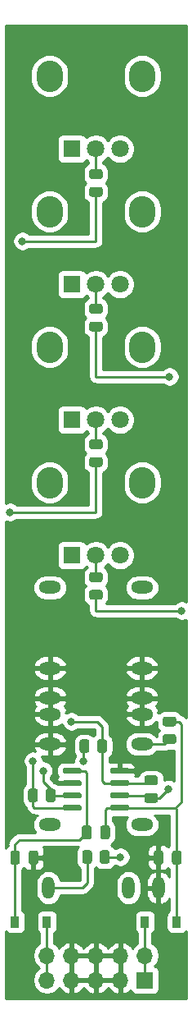
<source format=gbr>
G04 #@! TF.GenerationSoftware,KiCad,Pcbnew,(5.1.10)-1*
G04 #@! TF.CreationDate,2021-05-24T09:12:42+02:00*
G04 #@! TF.ProjectId,4CH Mixer,34434820-4d69-4786-9572-2e6b69636164,rev?*
G04 #@! TF.SameCoordinates,Original*
G04 #@! TF.FileFunction,Copper,L2,Bot*
G04 #@! TF.FilePolarity,Positive*
%FSLAX46Y46*%
G04 Gerber Fmt 4.6, Leading zero omitted, Abs format (unit mm)*
G04 Created by KiCad (PCBNEW (5.1.10)-1) date 2021-05-24 09:12:42*
%MOMM*%
%LPD*%
G01*
G04 APERTURE LIST*
G04 #@! TA.AperFunction,SMDPad,CuDef*
%ADD10R,0.900000X1.200000*%
G04 #@! TD*
G04 #@! TA.AperFunction,ComponentPad*
%ADD11O,1.300000X2.300000*%
G04 #@! TD*
G04 #@! TA.AperFunction,ComponentPad*
%ADD12O,2.300000X1.300000*%
G04 #@! TD*
G04 #@! TA.AperFunction,ComponentPad*
%ADD13O,2.720000X3.240000*%
G04 #@! TD*
G04 #@! TA.AperFunction,ComponentPad*
%ADD14C,1.800000*%
G04 #@! TD*
G04 #@! TA.AperFunction,ComponentPad*
%ADD15R,1.800000X1.800000*%
G04 #@! TD*
G04 #@! TA.AperFunction,ComponentPad*
%ADD16O,1.700000X1.700000*%
G04 #@! TD*
G04 #@! TA.AperFunction,ComponentPad*
%ADD17R,1.700000X1.700000*%
G04 #@! TD*
G04 #@! TA.AperFunction,ViaPad*
%ADD18C,0.800000*%
G04 #@! TD*
G04 #@! TA.AperFunction,Conductor*
%ADD19C,0.250000*%
G04 #@! TD*
G04 #@! TA.AperFunction,Conductor*
%ADD20C,0.254000*%
G04 #@! TD*
G04 #@! TA.AperFunction,Conductor*
%ADD21C,0.100000*%
G04 #@! TD*
G04 APERTURE END LIST*
D10*
G04 #@! TO.P,D2,2*
G04 #@! TO.N,-12V*
X1625000Y-93050000D03*
G04 #@! TO.P,D2,1*
G04 #@! TO.N,-12VA*
X4925000Y-93050000D03*
G04 #@! TD*
G04 #@! TO.P,D1,2*
G04 #@! TO.N,+12VA*
X15075000Y-93050000D03*
G04 #@! TO.P,D1,1*
G04 #@! TO.N,+12V*
X18375000Y-93050000D03*
G04 #@! TD*
G04 #@! TO.P,C3,2*
G04 #@! TO.N,-12V*
G04 #@! TA.AperFunction,SMDPad,CuDef*
G36*
G01*
X2125000Y-85950000D02*
X2125000Y-86900000D01*
G75*
G02*
X1875000Y-87150000I-250000J0D01*
G01*
X1375000Y-87150000D01*
G75*
G02*
X1125000Y-86900000I0J250000D01*
G01*
X1125000Y-85950000D01*
G75*
G02*
X1375000Y-85700000I250000J0D01*
G01*
X1875000Y-85700000D01*
G75*
G02*
X2125000Y-85950000I0J-250000D01*
G01*
G37*
G04 #@! TD.AperFunction*
G04 #@! TO.P,C3,1*
G04 #@! TO.N,GND*
G04 #@! TA.AperFunction,SMDPad,CuDef*
G36*
G01*
X4025000Y-85950000D02*
X4025000Y-86900000D01*
G75*
G02*
X3775000Y-87150000I-250000J0D01*
G01*
X3275000Y-87150000D01*
G75*
G02*
X3025000Y-86900000I0J250000D01*
G01*
X3025000Y-85950000D01*
G75*
G02*
X3275000Y-85700000I250000J0D01*
G01*
X3775000Y-85700000D01*
G75*
G02*
X4025000Y-85950000I0J-250000D01*
G01*
G37*
G04 #@! TD.AperFunction*
G04 #@! TD*
G04 #@! TO.P,C2,2*
G04 #@! TO.N,GND*
G04 #@! TA.AperFunction,SMDPad,CuDef*
G36*
G01*
X16975000Y-85950000D02*
X16975000Y-86900000D01*
G75*
G02*
X16725000Y-87150000I-250000J0D01*
G01*
X16225000Y-87150000D01*
G75*
G02*
X15975000Y-86900000I0J250000D01*
G01*
X15975000Y-85950000D01*
G75*
G02*
X16225000Y-85700000I250000J0D01*
G01*
X16725000Y-85700000D01*
G75*
G02*
X16975000Y-85950000I0J-250000D01*
G01*
G37*
G04 #@! TD.AperFunction*
G04 #@! TO.P,C2,1*
G04 #@! TO.N,+12V*
G04 #@! TA.AperFunction,SMDPad,CuDef*
G36*
G01*
X18875000Y-85950000D02*
X18875000Y-86900000D01*
G75*
G02*
X18625000Y-87150000I-250000J0D01*
G01*
X18125000Y-87150000D01*
G75*
G02*
X17875000Y-86900000I0J250000D01*
G01*
X17875000Y-85950000D01*
G75*
G02*
X18125000Y-85700000I250000J0D01*
G01*
X18625000Y-85700000D01*
G75*
G02*
X18875000Y-85950000I0J-250000D01*
G01*
G37*
G04 #@! TD.AperFunction*
G04 #@! TD*
D11*
G04 #@! TO.P,J6,T*
G04 #@! TO.N,Net-(J6-PadT)*
X5080000Y-89535000D03*
G04 #@! TO.P,J6,TN*
G04 #@! TO.N,N/C*
X13380000Y-89535000D03*
G04 #@! TO.P,J6,S*
G04 #@! TO.N,GND*
X16480000Y-89535000D03*
G04 #@! TD*
D12*
G04 #@! TO.P,J4,T*
G04 #@! TO.N,Net-(J4-PadT)*
X14762500Y-83025000D03*
G04 #@! TO.P,J4,TN*
G04 #@! TO.N,Net-(J4-PadTN)*
X14762500Y-74725000D03*
G04 #@! TO.P,J4,S*
G04 #@! TO.N,GND*
X14762500Y-71625000D03*
G04 #@! TD*
G04 #@! TO.P,J3,T*
G04 #@! TO.N,Net-(J3-PadT)*
X5237500Y-83025000D03*
G04 #@! TO.P,J3,TN*
G04 #@! TO.N,GND*
X5237500Y-74725000D03*
G04 #@! TO.P,J3,S*
X5237500Y-71625000D03*
G04 #@! TD*
G04 #@! TO.P,J2,T*
G04 #@! TO.N,Net-(J2-PadT)*
X14762500Y-58580000D03*
G04 #@! TO.P,J2,TN*
G04 #@! TO.N,GND*
X14762500Y-66880000D03*
G04 #@! TO.P,J2,S*
X14762500Y-69980000D03*
G04 #@! TD*
G04 #@! TO.P,J1,T*
G04 #@! TO.N,Net-(J1-PadT)*
X5237500Y-58580000D03*
G04 #@! TO.P,J1,TN*
G04 #@! TO.N,GND*
X5237500Y-66880000D03*
G04 #@! TO.P,J1,S*
X5237500Y-69980000D03*
G04 #@! TD*
G04 #@! TO.P,IC1,8*
G04 #@! TO.N,+12V*
G04 #@! TA.AperFunction,SMDPad,CuDef*
G36*
G01*
X11500000Y-81430000D02*
X11500000Y-81130000D01*
G75*
G02*
X11650000Y-80980000I150000J0D01*
G01*
X13300000Y-80980000D01*
G75*
G02*
X13450000Y-81130000I0J-150000D01*
G01*
X13450000Y-81430000D01*
G75*
G02*
X13300000Y-81580000I-150000J0D01*
G01*
X11650000Y-81580000D01*
G75*
G02*
X11500000Y-81430000I0J150000D01*
G01*
G37*
G04 #@! TD.AperFunction*
G04 #@! TO.P,IC1,7*
G04 #@! TO.N,Net-(IC1-Pad7)*
G04 #@! TA.AperFunction,SMDPad,CuDef*
G36*
G01*
X11500000Y-80160000D02*
X11500000Y-79860000D01*
G75*
G02*
X11650000Y-79710000I150000J0D01*
G01*
X13300000Y-79710000D01*
G75*
G02*
X13450000Y-79860000I0J-150000D01*
G01*
X13450000Y-80160000D01*
G75*
G02*
X13300000Y-80310000I-150000J0D01*
G01*
X11650000Y-80310000D01*
G75*
G02*
X11500000Y-80160000I0J150000D01*
G01*
G37*
G04 #@! TD.AperFunction*
G04 #@! TO.P,IC1,6*
G04 #@! TO.N,Sum-*
G04 #@! TA.AperFunction,SMDPad,CuDef*
G36*
G01*
X11500000Y-78890000D02*
X11500000Y-78590000D01*
G75*
G02*
X11650000Y-78440000I150000J0D01*
G01*
X13300000Y-78440000D01*
G75*
G02*
X13450000Y-78590000I0J-150000D01*
G01*
X13450000Y-78890000D01*
G75*
G02*
X13300000Y-79040000I-150000J0D01*
G01*
X11650000Y-79040000D01*
G75*
G02*
X11500000Y-78890000I0J150000D01*
G01*
G37*
G04 #@! TD.AperFunction*
G04 #@! TO.P,IC1,5*
G04 #@! TO.N,GND*
G04 #@! TA.AperFunction,SMDPad,CuDef*
G36*
G01*
X11500000Y-77620000D02*
X11500000Y-77320000D01*
G75*
G02*
X11650000Y-77170000I150000J0D01*
G01*
X13300000Y-77170000D01*
G75*
G02*
X13450000Y-77320000I0J-150000D01*
G01*
X13450000Y-77620000D01*
G75*
G02*
X13300000Y-77770000I-150000J0D01*
G01*
X11650000Y-77770000D01*
G75*
G02*
X11500000Y-77620000I0J150000D01*
G01*
G37*
G04 #@! TD.AperFunction*
G04 #@! TO.P,IC1,4*
G04 #@! TO.N,-12V*
G04 #@! TA.AperFunction,SMDPad,CuDef*
G36*
G01*
X6550000Y-77620000D02*
X6550000Y-77320000D01*
G75*
G02*
X6700000Y-77170000I150000J0D01*
G01*
X8350000Y-77170000D01*
G75*
G02*
X8500000Y-77320000I0J-150000D01*
G01*
X8500000Y-77620000D01*
G75*
G02*
X8350000Y-77770000I-150000J0D01*
G01*
X6700000Y-77770000D01*
G75*
G02*
X6550000Y-77620000I0J150000D01*
G01*
G37*
G04 #@! TD.AperFunction*
G04 #@! TO.P,IC1,3*
G04 #@! TO.N,GND*
G04 #@! TA.AperFunction,SMDPad,CuDef*
G36*
G01*
X6550000Y-78890000D02*
X6550000Y-78590000D01*
G75*
G02*
X6700000Y-78440000I150000J0D01*
G01*
X8350000Y-78440000D01*
G75*
G02*
X8500000Y-78590000I0J-150000D01*
G01*
X8500000Y-78890000D01*
G75*
G02*
X8350000Y-79040000I-150000J0D01*
G01*
X6700000Y-79040000D01*
G75*
G02*
X6550000Y-78890000I0J150000D01*
G01*
G37*
G04 #@! TD.AperFunction*
G04 #@! TO.P,IC1,2*
G04 #@! TO.N,Sum+*
G04 #@! TA.AperFunction,SMDPad,CuDef*
G36*
G01*
X6550000Y-80160000D02*
X6550000Y-79860000D01*
G75*
G02*
X6700000Y-79710000I150000J0D01*
G01*
X8350000Y-79710000D01*
G75*
G02*
X8500000Y-79860000I0J-150000D01*
G01*
X8500000Y-80160000D01*
G75*
G02*
X8350000Y-80310000I-150000J0D01*
G01*
X6700000Y-80310000D01*
G75*
G02*
X6550000Y-80160000I0J150000D01*
G01*
G37*
G04 #@! TD.AperFunction*
G04 #@! TO.P,IC1,1*
G04 #@! TO.N,Net-(IC1-Pad1)*
G04 #@! TA.AperFunction,SMDPad,CuDef*
G36*
G01*
X6550000Y-81430000D02*
X6550000Y-81130000D01*
G75*
G02*
X6700000Y-80980000I150000J0D01*
G01*
X8350000Y-80980000D01*
G75*
G02*
X8500000Y-81130000I0J-150000D01*
G01*
X8500000Y-81430000D01*
G75*
G02*
X8350000Y-81580000I-150000J0D01*
G01*
X6700000Y-81580000D01*
G75*
G02*
X6550000Y-81430000I0J150000D01*
G01*
G37*
G04 #@! TD.AperFunction*
G04 #@! TD*
G04 #@! TO.P,R12,2*
G04 #@! TO.N,Net-(IC1-Pad7)*
G04 #@! TA.AperFunction,SMDPad,CuDef*
G36*
G01*
X10400000Y-86810002D02*
X10400000Y-85909998D01*
G75*
G02*
X10649998Y-85660000I249998J0D01*
G01*
X11175002Y-85660000D01*
G75*
G02*
X11425000Y-85909998I0J-249998D01*
G01*
X11425000Y-86810002D01*
G75*
G02*
X11175002Y-87060000I-249998J0D01*
G01*
X10649998Y-87060000D01*
G75*
G02*
X10400000Y-86810002I0J249998D01*
G01*
G37*
G04 #@! TD.AperFunction*
G04 #@! TO.P,R12,1*
G04 #@! TO.N,Net-(J6-PadT)*
G04 #@! TA.AperFunction,SMDPad,CuDef*
G36*
G01*
X8575000Y-86810002D02*
X8575000Y-85909998D01*
G75*
G02*
X8824998Y-85660000I249998J0D01*
G01*
X9350002Y-85660000D01*
G75*
G02*
X9600000Y-85909998I0J-249998D01*
G01*
X9600000Y-86810002D01*
G75*
G02*
X9350002Y-87060000I-249998J0D01*
G01*
X8824998Y-87060000D01*
G75*
G02*
X8575000Y-86810002I0J249998D01*
G01*
G37*
G04 #@! TD.AperFunction*
G04 #@! TD*
G04 #@! TO.P,R11,2*
G04 #@! TO.N,Sum-*
G04 #@! TA.AperFunction,SMDPad,CuDef*
G36*
G01*
X16165002Y-78975000D02*
X15264998Y-78975000D01*
G75*
G02*
X15015000Y-78725002I0J249998D01*
G01*
X15015000Y-78199998D01*
G75*
G02*
X15264998Y-77950000I249998J0D01*
G01*
X16165002Y-77950000D01*
G75*
G02*
X16415000Y-78199998I0J-249998D01*
G01*
X16415000Y-78725002D01*
G75*
G02*
X16165002Y-78975000I-249998J0D01*
G01*
G37*
G04 #@! TD.AperFunction*
G04 #@! TO.P,R11,1*
G04 #@! TO.N,Net-(IC1-Pad7)*
G04 #@! TA.AperFunction,SMDPad,CuDef*
G36*
G01*
X16165002Y-80800000D02*
X15264998Y-80800000D01*
G75*
G02*
X15015000Y-80550002I0J249998D01*
G01*
X15015000Y-80024998D01*
G75*
G02*
X15264998Y-79775000I249998J0D01*
G01*
X16165002Y-79775000D01*
G75*
G02*
X16415000Y-80024998I0J-249998D01*
G01*
X16415000Y-80550002D01*
G75*
G02*
X16165002Y-80800000I-249998J0D01*
G01*
G37*
G04 #@! TD.AperFunction*
G04 #@! TD*
G04 #@! TO.P,R10,2*
G04 #@! TO.N,Net-(IC1-Pad1)*
G04 #@! TA.AperFunction,SMDPad,CuDef*
G36*
G01*
X9322500Y-74479998D02*
X9322500Y-75380002D01*
G75*
G02*
X9072502Y-75630000I-249998J0D01*
G01*
X8547498Y-75630000D01*
G75*
G02*
X8297500Y-75380002I0J249998D01*
G01*
X8297500Y-74479998D01*
G75*
G02*
X8547498Y-74230000I249998J0D01*
G01*
X9072502Y-74230000D01*
G75*
G02*
X9322500Y-74479998I0J-249998D01*
G01*
G37*
G04 #@! TD.AperFunction*
G04 #@! TO.P,R10,1*
G04 #@! TO.N,Sum-*
G04 #@! TA.AperFunction,SMDPad,CuDef*
G36*
G01*
X11147500Y-74479998D02*
X11147500Y-75380002D01*
G75*
G02*
X10897502Y-75630000I-249998J0D01*
G01*
X10372498Y-75630000D01*
G75*
G02*
X10122500Y-75380002I0J249998D01*
G01*
X10122500Y-74479998D01*
G75*
G02*
X10372498Y-74230000I249998J0D01*
G01*
X10897502Y-74230000D01*
G75*
G02*
X11147500Y-74479998I0J-249998D01*
G01*
G37*
G04 #@! TD.AperFunction*
G04 #@! TD*
G04 #@! TO.P,R9,2*
G04 #@! TO.N,Sum+*
G04 #@! TA.AperFunction,SMDPad,CuDef*
G36*
G01*
X4788500Y-80460002D02*
X4788500Y-79559998D01*
G75*
G02*
X5038498Y-79310000I249998J0D01*
G01*
X5563502Y-79310000D01*
G75*
G02*
X5813500Y-79559998I0J-249998D01*
G01*
X5813500Y-80460002D01*
G75*
G02*
X5563502Y-80710000I-249998J0D01*
G01*
X5038498Y-80710000D01*
G75*
G02*
X4788500Y-80460002I0J249998D01*
G01*
G37*
G04 #@! TD.AperFunction*
G04 #@! TO.P,R9,1*
G04 #@! TO.N,Net-(IC1-Pad1)*
G04 #@! TA.AperFunction,SMDPad,CuDef*
G36*
G01*
X2963500Y-80460002D02*
X2963500Y-79559998D01*
G75*
G02*
X3213498Y-79310000I249998J0D01*
G01*
X3738502Y-79310000D01*
G75*
G02*
X3988500Y-79559998I0J-249998D01*
G01*
X3988500Y-80460002D01*
G75*
G02*
X3738502Y-80710000I-249998J0D01*
G01*
X3213498Y-80710000D01*
G75*
G02*
X2963500Y-80460002I0J249998D01*
G01*
G37*
G04 #@! TD.AperFunction*
G04 #@! TD*
G04 #@! TO.P,R8,2*
G04 #@! TO.N,Net-(J4-PadT)*
G04 #@! TA.AperFunction,SMDPad,CuDef*
G36*
G01*
X9549998Y-58820000D02*
X10450002Y-58820000D01*
G75*
G02*
X10700000Y-59069998I0J-249998D01*
G01*
X10700000Y-59595002D01*
G75*
G02*
X10450002Y-59845000I-249998J0D01*
G01*
X9549998Y-59845000D01*
G75*
G02*
X9300000Y-59595002I0J249998D01*
G01*
X9300000Y-59069998D01*
G75*
G02*
X9549998Y-58820000I249998J0D01*
G01*
G37*
G04 #@! TD.AperFunction*
G04 #@! TO.P,R8,1*
G04 #@! TO.N,Net-(P4-Pad2)*
G04 #@! TA.AperFunction,SMDPad,CuDef*
G36*
G01*
X9549998Y-56995000D02*
X10450002Y-56995000D01*
G75*
G02*
X10700000Y-57244998I0J-249998D01*
G01*
X10700000Y-57770002D01*
G75*
G02*
X10450002Y-58020000I-249998J0D01*
G01*
X9549998Y-58020000D01*
G75*
G02*
X9300000Y-57770002I0J249998D01*
G01*
X9300000Y-57244998D01*
G75*
G02*
X9549998Y-56995000I249998J0D01*
G01*
G37*
G04 #@! TD.AperFunction*
G04 #@! TD*
G04 #@! TO.P,R7,2*
G04 #@! TO.N,Net-(J3-PadT)*
G04 #@! TA.AperFunction,SMDPad,CuDef*
G36*
G01*
X9549998Y-45127500D02*
X10450002Y-45127500D01*
G75*
G02*
X10700000Y-45377498I0J-249998D01*
G01*
X10700000Y-45902502D01*
G75*
G02*
X10450002Y-46152500I-249998J0D01*
G01*
X9549998Y-46152500D01*
G75*
G02*
X9300000Y-45902502I0J249998D01*
G01*
X9300000Y-45377498D01*
G75*
G02*
X9549998Y-45127500I249998J0D01*
G01*
G37*
G04 #@! TD.AperFunction*
G04 #@! TO.P,R7,1*
G04 #@! TO.N,Net-(P3-Pad2)*
G04 #@! TA.AperFunction,SMDPad,CuDef*
G36*
G01*
X9549998Y-43302500D02*
X10450002Y-43302500D01*
G75*
G02*
X10700000Y-43552498I0J-249998D01*
G01*
X10700000Y-44077502D01*
G75*
G02*
X10450002Y-44327500I-249998J0D01*
G01*
X9549998Y-44327500D01*
G75*
G02*
X9300000Y-44077502I0J249998D01*
G01*
X9300000Y-43552498D01*
G75*
G02*
X9549998Y-43302500I249998J0D01*
G01*
G37*
G04 #@! TD.AperFunction*
G04 #@! TD*
G04 #@! TO.P,R6,2*
G04 #@! TO.N,Net-(J2-PadT)*
G04 #@! TA.AperFunction,SMDPad,CuDef*
G36*
G01*
X9549998Y-31157500D02*
X10450002Y-31157500D01*
G75*
G02*
X10700000Y-31407498I0J-249998D01*
G01*
X10700000Y-31932502D01*
G75*
G02*
X10450002Y-32182500I-249998J0D01*
G01*
X9549998Y-32182500D01*
G75*
G02*
X9300000Y-31932502I0J249998D01*
G01*
X9300000Y-31407498D01*
G75*
G02*
X9549998Y-31157500I249998J0D01*
G01*
G37*
G04 #@! TD.AperFunction*
G04 #@! TO.P,R6,1*
G04 #@! TO.N,Net-(P2-Pad2)*
G04 #@! TA.AperFunction,SMDPad,CuDef*
G36*
G01*
X9549998Y-29332500D02*
X10450002Y-29332500D01*
G75*
G02*
X10700000Y-29582498I0J-249998D01*
G01*
X10700000Y-30107502D01*
G75*
G02*
X10450002Y-30357500I-249998J0D01*
G01*
X9549998Y-30357500D01*
G75*
G02*
X9300000Y-30107502I0J249998D01*
G01*
X9300000Y-29582498D01*
G75*
G02*
X9549998Y-29332500I249998J0D01*
G01*
G37*
G04 #@! TD.AperFunction*
G04 #@! TD*
G04 #@! TO.P,R5,2*
G04 #@! TO.N,Net-(J1-PadT)*
G04 #@! TA.AperFunction,SMDPad,CuDef*
G36*
G01*
X9549998Y-17267500D02*
X10450002Y-17267500D01*
G75*
G02*
X10700000Y-17517498I0J-249998D01*
G01*
X10700000Y-18042502D01*
G75*
G02*
X10450002Y-18292500I-249998J0D01*
G01*
X9549998Y-18292500D01*
G75*
G02*
X9300000Y-18042502I0J249998D01*
G01*
X9300000Y-17517498D01*
G75*
G02*
X9549998Y-17267500I249998J0D01*
G01*
G37*
G04 #@! TD.AperFunction*
G04 #@! TO.P,R5,1*
G04 #@! TO.N,Net-(P1-Pad2)*
G04 #@! TA.AperFunction,SMDPad,CuDef*
G36*
G01*
X9549998Y-15442500D02*
X10450002Y-15442500D01*
G75*
G02*
X10700000Y-15692498I0J-249998D01*
G01*
X10700000Y-16217502D01*
G75*
G02*
X10450002Y-16467500I-249998J0D01*
G01*
X9549998Y-16467500D01*
G75*
G02*
X9300000Y-16217502I0J249998D01*
G01*
X9300000Y-15692498D01*
G75*
G02*
X9549998Y-15442500I249998J0D01*
G01*
G37*
G04 #@! TD.AperFunction*
G04 #@! TD*
G04 #@! TO.P,R4,2*
G04 #@! TO.N,Net-(J4-PadTN)*
G04 #@! TA.AperFunction,SMDPad,CuDef*
G36*
G01*
X17169998Y-73702500D02*
X18070002Y-73702500D01*
G75*
G02*
X18320000Y-73952498I0J-249998D01*
G01*
X18320000Y-74477502D01*
G75*
G02*
X18070002Y-74727500I-249998J0D01*
G01*
X17169998Y-74727500D01*
G75*
G02*
X16920000Y-74477502I0J249998D01*
G01*
X16920000Y-73952498D01*
G75*
G02*
X17169998Y-73702500I249998J0D01*
G01*
G37*
G04 #@! TD.AperFunction*
G04 #@! TO.P,R4,1*
G04 #@! TO.N,+12V*
G04 #@! TA.AperFunction,SMDPad,CuDef*
G36*
G01*
X17169998Y-71877500D02*
X18070002Y-71877500D01*
G75*
G02*
X18320000Y-72127498I0J-249998D01*
G01*
X18320000Y-72652502D01*
G75*
G02*
X18070002Y-72902500I-249998J0D01*
G01*
X17169998Y-72902500D01*
G75*
G02*
X16920000Y-72652502I0J249998D01*
G01*
X16920000Y-72127498D01*
G75*
G02*
X17169998Y-71877500I249998J0D01*
G01*
G37*
G04 #@! TD.AperFunction*
G04 #@! TD*
D13*
G04 #@! TO.P,P4,*
G04 #@! TO.N,*
X5200000Y-47745000D03*
X14800000Y-47745000D03*
D14*
G04 #@! TO.P,P4,3*
G04 #@! TO.N,Sum+*
X12500000Y-55245000D03*
G04 #@! TO.P,P4,2*
G04 #@! TO.N,Net-(P4-Pad2)*
X10000000Y-55245000D03*
D15*
G04 #@! TO.P,P4,1*
G04 #@! TO.N,Sum-*
X7500000Y-55245000D03*
G04 #@! TD*
D13*
G04 #@! TO.P,P3,*
G04 #@! TO.N,*
X5200000Y-33775000D03*
X14800000Y-33775000D03*
D14*
G04 #@! TO.P,P3,3*
G04 #@! TO.N,Sum+*
X12500000Y-41275000D03*
G04 #@! TO.P,P3,2*
G04 #@! TO.N,Net-(P3-Pad2)*
X10000000Y-41275000D03*
D15*
G04 #@! TO.P,P3,1*
G04 #@! TO.N,Sum-*
X7500000Y-41275000D03*
G04 #@! TD*
D13*
G04 #@! TO.P,P2,*
G04 #@! TO.N,*
X5200000Y-19805000D03*
X14800000Y-19805000D03*
D14*
G04 #@! TO.P,P2,3*
G04 #@! TO.N,Sum+*
X12500000Y-27305000D03*
G04 #@! TO.P,P2,2*
G04 #@! TO.N,Net-(P2-Pad2)*
X10000000Y-27305000D03*
D15*
G04 #@! TO.P,P2,1*
G04 #@! TO.N,Sum-*
X7500000Y-27305000D03*
G04 #@! TD*
D13*
G04 #@! TO.P,P1,*
G04 #@! TO.N,*
X5200000Y-5835000D03*
X14800000Y-5835000D03*
D14*
G04 #@! TO.P,P1,3*
G04 #@! TO.N,Sum+*
X12500000Y-13335000D03*
G04 #@! TO.P,P1,2*
G04 #@! TO.N,Net-(P1-Pad2)*
X10000000Y-13335000D03*
D15*
G04 #@! TO.P,P1,1*
G04 #@! TO.N,Sum-*
X7500000Y-13335000D03*
G04 #@! TD*
D16*
G04 #@! TO.P,J5,10*
G04 #@! TO.N,-12VA*
X4920000Y-96520000D03*
G04 #@! TO.P,J5,9*
X4920000Y-99060000D03*
G04 #@! TO.P,J5,8*
G04 #@! TO.N,GND*
X7460000Y-96520000D03*
G04 #@! TO.P,J5,7*
X7460000Y-99060000D03*
G04 #@! TO.P,J5,6*
X10000000Y-96520000D03*
G04 #@! TO.P,J5,5*
X10000000Y-99060000D03*
G04 #@! TO.P,J5,4*
X12540000Y-96520000D03*
G04 #@! TO.P,J5,3*
X12540000Y-99060000D03*
G04 #@! TO.P,J5,2*
G04 #@! TO.N,+12VA*
X15080000Y-96520000D03*
D17*
G04 #@! TO.P,J5,1*
X15080000Y-99060000D03*
G04 #@! TD*
G04 #@! TO.P,C1,2*
G04 #@! TO.N,-12V*
G04 #@! TA.AperFunction,SMDPad,CuDef*
G36*
G01*
X9550000Y-83345000D02*
X9550000Y-84295000D01*
G75*
G02*
X9300000Y-84545000I-250000J0D01*
G01*
X8800000Y-84545000D01*
G75*
G02*
X8550000Y-84295000I0J250000D01*
G01*
X8550000Y-83345000D01*
G75*
G02*
X8800000Y-83095000I250000J0D01*
G01*
X9300000Y-83095000D01*
G75*
G02*
X9550000Y-83345000I0J-250000D01*
G01*
G37*
G04 #@! TD.AperFunction*
G04 #@! TO.P,C1,1*
G04 #@! TO.N,+12V*
G04 #@! TA.AperFunction,SMDPad,CuDef*
G36*
G01*
X11450000Y-83345000D02*
X11450000Y-84295000D01*
G75*
G02*
X11200000Y-84545000I-250000J0D01*
G01*
X10700000Y-84545000D01*
G75*
G02*
X10450000Y-84295000I0J250000D01*
G01*
X10450000Y-83345000D01*
G75*
G02*
X10700000Y-83095000I250000J0D01*
G01*
X11200000Y-83095000D01*
G75*
G02*
X11450000Y-83345000I0J-250000D01*
G01*
G37*
G04 #@! TD.AperFunction*
G04 #@! TD*
D18*
G04 #@! TO.N,Net-(J1-PadT)*
X2380000Y-22860000D03*
G04 #@! TO.N,GND*
X14191000Y-77470000D03*
X12032000Y-85090000D03*
X10000000Y-52525000D03*
X10000000Y-38675000D03*
X10000000Y-24575000D03*
G04 #@! TO.N,Net-(J2-PadT)*
X17620000Y-36830000D03*
G04 #@! TO.N,Net-(J3-PadT)*
X1110000Y-50800000D03*
G04 #@! TO.N,Net-(J4-PadT)*
X18890000Y-60960000D03*
G04 #@! TO.N,Sum-*
X7460000Y-72390000D03*
G04 #@! TO.N,Sum+*
X4539000Y-77470000D03*
G04 #@! TO.N,Net-(IC1-Pad7)*
X17493000Y-79375000D03*
X12540000Y-86360000D03*
G04 #@! TO.N,Net-(IC1-Pad1)*
X8730000Y-76454000D03*
X3476000Y-76454000D03*
G04 #@! TD*
D19*
G04 #@! TO.N,-12V*
X9050000Y-83820000D02*
X9050000Y-77663000D01*
X8857000Y-77470000D02*
X7525000Y-77470000D01*
X9050000Y-77663000D02*
X8857000Y-77470000D01*
X1625000Y-93050000D02*
X1625000Y-86425000D01*
X1625000Y-86425000D02*
X1625000Y-85050000D01*
X1625000Y-85050000D02*
X2100000Y-84575000D01*
X8295000Y-84575000D02*
X9050000Y-83820000D01*
X2100000Y-84575000D02*
X8295000Y-84575000D01*
G04 #@! TO.N,+12V*
X10950000Y-83820000D02*
X10950000Y-81473000D01*
X11143000Y-81280000D02*
X12475000Y-81280000D01*
X10950000Y-81473000D02*
X11143000Y-81280000D01*
X12475000Y-81280000D02*
X18255000Y-81280000D01*
X18255000Y-81280000D02*
X18890000Y-80645000D01*
X18890000Y-80645000D02*
X18890000Y-72644000D01*
X18636000Y-72390000D02*
X17620000Y-72390000D01*
X18890000Y-72644000D02*
X18636000Y-72390000D01*
X18375000Y-93050000D02*
X18375000Y-86425000D01*
X18375000Y-81400000D02*
X18255000Y-81280000D01*
X18375000Y-86425000D02*
X18375000Y-81400000D01*
G04 #@! TO.N,Net-(J1-PadT)*
X2380000Y-22860000D02*
X10000000Y-22860000D01*
X10000000Y-22860000D02*
X10000000Y-17780000D01*
G04 #@! TO.N,GND*
X12475000Y-77470000D02*
X14191000Y-77470000D01*
X14191000Y-77470000D02*
X14191000Y-77470000D01*
G04 #@! TO.N,Net-(J2-PadT)*
X17620000Y-36830000D02*
X10000000Y-36830000D01*
X10000000Y-36830000D02*
X10000000Y-31670000D01*
G04 #@! TO.N,Net-(J3-PadT)*
X1110000Y-50800000D02*
X10000000Y-50800000D01*
X10000000Y-50800000D02*
X10000000Y-45640000D01*
G04 #@! TO.N,Net-(J4-PadT)*
X18890000Y-60960000D02*
X10000000Y-60960000D01*
X10000000Y-60960000D02*
X10000000Y-59332500D01*
G04 #@! TO.N,Net-(J4-PadTN)*
X17110000Y-74725000D02*
X17620000Y-74215000D01*
X14762500Y-74725000D02*
X17110000Y-74725000D01*
G04 #@! TO.N,Net-(J6-PadT)*
X9087500Y-86360000D02*
X9087500Y-89050500D01*
X8603000Y-89535000D02*
X5080000Y-89535000D01*
X9087500Y-89050500D02*
X8603000Y-89535000D01*
G04 #@! TO.N,Sum-*
X15437500Y-78740000D02*
X15715000Y-78462500D01*
X12475000Y-78740000D02*
X15437500Y-78740000D01*
X10635000Y-74930000D02*
X10635000Y-78486000D01*
X10889000Y-78740000D02*
X12475000Y-78740000D01*
X10635000Y-78486000D02*
X10889000Y-78740000D01*
X10635000Y-74930000D02*
X10635000Y-72898000D01*
X10635000Y-72898000D02*
X10127000Y-72390000D01*
X10127000Y-72390000D02*
X7460000Y-72390000D01*
X7460000Y-72390000D02*
X7460000Y-72390000D01*
G04 #@! TO.N,Net-(P1-Pad2)*
X10000000Y-13335000D02*
X10000000Y-15955000D01*
G04 #@! TO.N,Sum+*
X7525000Y-80010000D02*
X5301000Y-80010000D01*
X5301000Y-80010000D02*
X5301000Y-79375000D01*
X4539000Y-78613000D02*
X4539000Y-77470000D01*
X5301000Y-79375000D02*
X4539000Y-78613000D01*
G04 #@! TO.N,Net-(P2-Pad2)*
X10000000Y-27305000D02*
X10000000Y-29845000D01*
G04 #@! TO.N,Net-(P3-Pad2)*
X10000000Y-41275000D02*
X10000000Y-43815000D01*
G04 #@! TO.N,Net-(P4-Pad2)*
X10000000Y-55245000D02*
X10000000Y-57507500D01*
G04 #@! TO.N,Net-(IC1-Pad7)*
X15437500Y-80010000D02*
X15715000Y-80287500D01*
X12475000Y-80010000D02*
X15437500Y-80010000D01*
X15715000Y-80287500D02*
X16580500Y-80287500D01*
X16580500Y-80287500D02*
X17493000Y-79375000D01*
X17493000Y-79375000D02*
X17493000Y-79375000D01*
X12540000Y-86360000D02*
X10912500Y-86360000D01*
G04 #@! TO.N,Net-(IC1-Pad1)*
X7525000Y-81280000D02*
X3650000Y-81280000D01*
X3476000Y-81106000D02*
X3476000Y-80010000D01*
X3650000Y-81280000D02*
X3476000Y-81106000D01*
X3476000Y-80471000D02*
X3476000Y-76454000D01*
X8730000Y-76454000D02*
X8730000Y-76454000D01*
X8730000Y-75010000D02*
X8810000Y-74930000D01*
X8730000Y-76454000D02*
X8730000Y-75010000D01*
X3476000Y-76454000D02*
X3476000Y-76454000D01*
G04 #@! TO.N,-12VA*
X4920000Y-99060000D02*
X4920000Y-96520000D01*
X4920000Y-93055000D02*
X4925000Y-93050000D01*
X4920000Y-96520000D02*
X4920000Y-93055000D01*
G04 #@! TO.N,+12VA*
X15080000Y-99060000D02*
X15080000Y-96520000D01*
X15080000Y-93055000D02*
X15075000Y-93050000D01*
X15080000Y-96520000D02*
X15080000Y-93055000D01*
G04 #@! TD*
D20*
G04 #@! TO.N,GND*
X17615000Y-85225229D02*
X17497038Y-85322038D01*
X17491658Y-85328594D01*
X17426185Y-85248815D01*
X17329494Y-85169463D01*
X17219180Y-85110498D01*
X17099482Y-85074188D01*
X16975000Y-85061928D01*
X16760750Y-85065000D01*
X16602000Y-85223750D01*
X16602000Y-86298000D01*
X16622000Y-86298000D01*
X16622000Y-86552000D01*
X16602000Y-86552000D01*
X16602000Y-87626250D01*
X16760750Y-87785000D01*
X16975000Y-87788072D01*
X17099482Y-87775812D01*
X17219180Y-87739502D01*
X17329494Y-87680537D01*
X17426185Y-87601185D01*
X17491658Y-87521406D01*
X17497038Y-87527962D01*
X17615001Y-87624771D01*
X17615001Y-88420559D01*
X17477882Y-88215495D01*
X17298830Y-88036564D01*
X17088311Y-87896003D01*
X16854415Y-87799213D01*
X16805471Y-87791901D01*
X16607000Y-87915933D01*
X16607000Y-89408000D01*
X16627000Y-89408000D01*
X16627000Y-89662000D01*
X16607000Y-89662000D01*
X16607000Y-91154067D01*
X16805471Y-91278099D01*
X16854415Y-91270787D01*
X17088311Y-91173997D01*
X17298830Y-91033436D01*
X17477882Y-90854505D01*
X17615000Y-90649442D01*
X17615000Y-91895680D01*
X17570506Y-91919463D01*
X17473815Y-91998815D01*
X17394463Y-92095506D01*
X17335498Y-92205820D01*
X17299188Y-92325518D01*
X17286928Y-92450000D01*
X17286928Y-93650000D01*
X17299188Y-93774482D01*
X17335498Y-93894180D01*
X17394463Y-94004494D01*
X17473815Y-94101185D01*
X17570506Y-94180537D01*
X17680820Y-94239502D01*
X17800518Y-94275812D01*
X17925000Y-94288072D01*
X18825000Y-94288072D01*
X18949482Y-94275812D01*
X19069180Y-94239502D01*
X19179494Y-94180537D01*
X19276185Y-94101185D01*
X19340001Y-94023425D01*
X19340001Y-100940000D01*
X660000Y-100940000D01*
X660000Y-96373740D01*
X3435000Y-96373740D01*
X3435000Y-96666260D01*
X3492068Y-96953158D01*
X3604010Y-97223411D01*
X3766525Y-97466632D01*
X3973368Y-97673475D01*
X4147760Y-97790000D01*
X3973368Y-97906525D01*
X3766525Y-98113368D01*
X3604010Y-98356589D01*
X3492068Y-98626842D01*
X3435000Y-98913740D01*
X3435000Y-99206260D01*
X3492068Y-99493158D01*
X3604010Y-99763411D01*
X3766525Y-100006632D01*
X3973368Y-100213475D01*
X4216589Y-100375990D01*
X4486842Y-100487932D01*
X4773740Y-100545000D01*
X5066260Y-100545000D01*
X5353158Y-100487932D01*
X5623411Y-100375990D01*
X5866632Y-100213475D01*
X6073475Y-100006632D01*
X6195195Y-99824466D01*
X6264822Y-99941355D01*
X6459731Y-100157588D01*
X6693080Y-100331641D01*
X6955901Y-100456825D01*
X7103110Y-100501476D01*
X7333000Y-100380155D01*
X7333000Y-99187000D01*
X7587000Y-99187000D01*
X7587000Y-100380155D01*
X7816890Y-100501476D01*
X7964099Y-100456825D01*
X8226920Y-100331641D01*
X8460269Y-100157588D01*
X8655178Y-99941355D01*
X8730000Y-99815745D01*
X8804822Y-99941355D01*
X8999731Y-100157588D01*
X9233080Y-100331641D01*
X9495901Y-100456825D01*
X9643110Y-100501476D01*
X9873000Y-100380155D01*
X9873000Y-99187000D01*
X10127000Y-99187000D01*
X10127000Y-100380155D01*
X10356890Y-100501476D01*
X10504099Y-100456825D01*
X10766920Y-100331641D01*
X11000269Y-100157588D01*
X11195178Y-99941355D01*
X11270000Y-99815745D01*
X11344822Y-99941355D01*
X11539731Y-100157588D01*
X11773080Y-100331641D01*
X12035901Y-100456825D01*
X12183110Y-100501476D01*
X12413000Y-100380155D01*
X12413000Y-99187000D01*
X10127000Y-99187000D01*
X9873000Y-99187000D01*
X7587000Y-99187000D01*
X7333000Y-99187000D01*
X7313000Y-99187000D01*
X7313000Y-98933000D01*
X7333000Y-98933000D01*
X7333000Y-96647000D01*
X7587000Y-96647000D01*
X7587000Y-98933000D01*
X9873000Y-98933000D01*
X9873000Y-96647000D01*
X10127000Y-96647000D01*
X10127000Y-98933000D01*
X12413000Y-98933000D01*
X12413000Y-96647000D01*
X10127000Y-96647000D01*
X9873000Y-96647000D01*
X7587000Y-96647000D01*
X7333000Y-96647000D01*
X7313000Y-96647000D01*
X7313000Y-96393000D01*
X7333000Y-96393000D01*
X7333000Y-95199845D01*
X7587000Y-95199845D01*
X7587000Y-96393000D01*
X9873000Y-96393000D01*
X9873000Y-95199845D01*
X10127000Y-95199845D01*
X10127000Y-96393000D01*
X12413000Y-96393000D01*
X12413000Y-95199845D01*
X12667000Y-95199845D01*
X12667000Y-96393000D01*
X12687000Y-96393000D01*
X12687000Y-96647000D01*
X12667000Y-96647000D01*
X12667000Y-98933000D01*
X12687000Y-98933000D01*
X12687000Y-99187000D01*
X12667000Y-99187000D01*
X12667000Y-100380155D01*
X12896890Y-100501476D01*
X13044099Y-100456825D01*
X13306920Y-100331641D01*
X13540269Y-100157588D01*
X13616034Y-100073534D01*
X13640498Y-100154180D01*
X13699463Y-100264494D01*
X13778815Y-100361185D01*
X13875506Y-100440537D01*
X13985820Y-100499502D01*
X14105518Y-100535812D01*
X14230000Y-100548072D01*
X15930000Y-100548072D01*
X16054482Y-100535812D01*
X16174180Y-100499502D01*
X16284494Y-100440537D01*
X16381185Y-100361185D01*
X16460537Y-100264494D01*
X16519502Y-100154180D01*
X16555812Y-100034482D01*
X16568072Y-99910000D01*
X16568072Y-98210000D01*
X16555812Y-98085518D01*
X16519502Y-97965820D01*
X16460537Y-97855506D01*
X16381185Y-97758815D01*
X16284494Y-97679463D01*
X16174180Y-97620498D01*
X16101620Y-97598487D01*
X16233475Y-97466632D01*
X16395990Y-97223411D01*
X16507932Y-96953158D01*
X16565000Y-96666260D01*
X16565000Y-96373740D01*
X16507932Y-96086842D01*
X16395990Y-95816589D01*
X16233475Y-95573368D01*
X16026632Y-95366525D01*
X15840000Y-95241822D01*
X15840000Y-94201647D01*
X15879494Y-94180537D01*
X15976185Y-94101185D01*
X16055537Y-94004494D01*
X16114502Y-93894180D01*
X16150812Y-93774482D01*
X16163072Y-93650000D01*
X16163072Y-92450000D01*
X16150812Y-92325518D01*
X16114502Y-92205820D01*
X16055537Y-92095506D01*
X15976185Y-91998815D01*
X15879494Y-91919463D01*
X15769180Y-91860498D01*
X15649482Y-91824188D01*
X15525000Y-91811928D01*
X14625000Y-91811928D01*
X14500518Y-91824188D01*
X14380820Y-91860498D01*
X14270506Y-91919463D01*
X14173815Y-91998815D01*
X14094463Y-92095506D01*
X14035498Y-92205820D01*
X13999188Y-92325518D01*
X13986928Y-92450000D01*
X13986928Y-93650000D01*
X13999188Y-93774482D01*
X14035498Y-93894180D01*
X14094463Y-94004494D01*
X14173815Y-94101185D01*
X14270506Y-94180537D01*
X14320001Y-94206993D01*
X14320000Y-95241821D01*
X14133368Y-95366525D01*
X13926525Y-95573368D01*
X13804805Y-95755534D01*
X13735178Y-95638645D01*
X13540269Y-95422412D01*
X13306920Y-95248359D01*
X13044099Y-95123175D01*
X12896890Y-95078524D01*
X12667000Y-95199845D01*
X12413000Y-95199845D01*
X12183110Y-95078524D01*
X12035901Y-95123175D01*
X11773080Y-95248359D01*
X11539731Y-95422412D01*
X11344822Y-95638645D01*
X11270000Y-95764255D01*
X11195178Y-95638645D01*
X11000269Y-95422412D01*
X10766920Y-95248359D01*
X10504099Y-95123175D01*
X10356890Y-95078524D01*
X10127000Y-95199845D01*
X9873000Y-95199845D01*
X9643110Y-95078524D01*
X9495901Y-95123175D01*
X9233080Y-95248359D01*
X8999731Y-95422412D01*
X8804822Y-95638645D01*
X8730000Y-95764255D01*
X8655178Y-95638645D01*
X8460269Y-95422412D01*
X8226920Y-95248359D01*
X7964099Y-95123175D01*
X7816890Y-95078524D01*
X7587000Y-95199845D01*
X7333000Y-95199845D01*
X7103110Y-95078524D01*
X6955901Y-95123175D01*
X6693080Y-95248359D01*
X6459731Y-95422412D01*
X6264822Y-95638645D01*
X6195195Y-95755534D01*
X6073475Y-95573368D01*
X5866632Y-95366525D01*
X5680000Y-95241822D01*
X5680000Y-94206993D01*
X5729494Y-94180537D01*
X5826185Y-94101185D01*
X5905537Y-94004494D01*
X5964502Y-93894180D01*
X6000812Y-93774482D01*
X6013072Y-93650000D01*
X6013072Y-92450000D01*
X6000812Y-92325518D01*
X5964502Y-92205820D01*
X5905537Y-92095506D01*
X5826185Y-91998815D01*
X5729494Y-91919463D01*
X5619180Y-91860498D01*
X5499482Y-91824188D01*
X5375000Y-91811928D01*
X4475000Y-91811928D01*
X4350518Y-91824188D01*
X4230820Y-91860498D01*
X4120506Y-91919463D01*
X4023815Y-91998815D01*
X3944463Y-92095506D01*
X3885498Y-92205820D01*
X3849188Y-92325518D01*
X3836928Y-92450000D01*
X3836928Y-93650000D01*
X3849188Y-93774482D01*
X3885498Y-93894180D01*
X3944463Y-94004494D01*
X4023815Y-94101185D01*
X4120506Y-94180537D01*
X4160001Y-94201648D01*
X4160000Y-95241821D01*
X3973368Y-95366525D01*
X3766525Y-95573368D01*
X3604010Y-95816589D01*
X3492068Y-96086842D01*
X3435000Y-96373740D01*
X660000Y-96373740D01*
X660000Y-94023426D01*
X723815Y-94101185D01*
X820506Y-94180537D01*
X930820Y-94239502D01*
X1050518Y-94275812D01*
X1175000Y-94288072D01*
X2075000Y-94288072D01*
X2199482Y-94275812D01*
X2319180Y-94239502D01*
X2429494Y-94180537D01*
X2526185Y-94101185D01*
X2605537Y-94004494D01*
X2664502Y-93894180D01*
X2700812Y-93774482D01*
X2713072Y-93650000D01*
X2713072Y-92450000D01*
X2700812Y-92325518D01*
X2664502Y-92205820D01*
X2605537Y-92095506D01*
X2526185Y-91998815D01*
X2429494Y-91919463D01*
X2385000Y-91895680D01*
X2385000Y-87624770D01*
X2502962Y-87527962D01*
X2508342Y-87521406D01*
X2573815Y-87601185D01*
X2670506Y-87680537D01*
X2780820Y-87739502D01*
X2900518Y-87775812D01*
X3025000Y-87788072D01*
X3239250Y-87785000D01*
X3398000Y-87626250D01*
X3398000Y-86552000D01*
X3652000Y-86552000D01*
X3652000Y-87626250D01*
X3810750Y-87785000D01*
X4025000Y-87788072D01*
X4149482Y-87775812D01*
X4269180Y-87739502D01*
X4379494Y-87680537D01*
X4476185Y-87601185D01*
X4555537Y-87504494D01*
X4614502Y-87394180D01*
X4650812Y-87274482D01*
X4663072Y-87150000D01*
X4660000Y-86710750D01*
X4501250Y-86552000D01*
X3652000Y-86552000D01*
X3398000Y-86552000D01*
X3378000Y-86552000D01*
X3378000Y-86298000D01*
X3398000Y-86298000D01*
X3398000Y-86278000D01*
X3652000Y-86278000D01*
X3652000Y-86298000D01*
X4501250Y-86298000D01*
X4660000Y-86139250D01*
X4663072Y-85700000D01*
X4650812Y-85575518D01*
X4614502Y-85455820D01*
X4555537Y-85345506D01*
X4546915Y-85335000D01*
X8153573Y-85335000D01*
X8086595Y-85416613D01*
X8004528Y-85570148D01*
X7953992Y-85736744D01*
X7936928Y-85909998D01*
X7936928Y-86810002D01*
X7953992Y-86983256D01*
X8004528Y-87149852D01*
X8086595Y-87303387D01*
X8197038Y-87437962D01*
X8327500Y-87545030D01*
X8327501Y-88735698D01*
X8288199Y-88775000D01*
X6343951Y-88775000D01*
X6272929Y-88540873D01*
X6153608Y-88317638D01*
X5993028Y-88121972D01*
X5797361Y-87961392D01*
X5574126Y-87842071D01*
X5331903Y-87768593D01*
X5080000Y-87743783D01*
X4828096Y-87768593D01*
X4585873Y-87842071D01*
X4362638Y-87961392D01*
X4166972Y-88121972D01*
X4006392Y-88317639D01*
X3887071Y-88540874D01*
X3813593Y-88783097D01*
X3795000Y-88971878D01*
X3795000Y-90098123D01*
X3813593Y-90286904D01*
X3887071Y-90529127D01*
X4006392Y-90752362D01*
X4166973Y-90948028D01*
X4362639Y-91108608D01*
X4585874Y-91227929D01*
X4828097Y-91301407D01*
X5080000Y-91326217D01*
X5331904Y-91301407D01*
X5574127Y-91227929D01*
X5797362Y-91108608D01*
X5993028Y-90948028D01*
X6153608Y-90752362D01*
X6272929Y-90529127D01*
X6343951Y-90295000D01*
X8565678Y-90295000D01*
X8603000Y-90298676D01*
X8640322Y-90295000D01*
X8640333Y-90295000D01*
X8751986Y-90284003D01*
X8895247Y-90240546D01*
X9027276Y-90169974D01*
X9143001Y-90075001D01*
X9166803Y-90045998D01*
X9598502Y-89614300D01*
X9627501Y-89590501D01*
X9722474Y-89474776D01*
X9793046Y-89342747D01*
X9836503Y-89199486D01*
X9847500Y-89087833D01*
X9847500Y-89087824D01*
X9851176Y-89050501D01*
X9847500Y-89013178D01*
X9847500Y-88971878D01*
X12095000Y-88971878D01*
X12095000Y-90098123D01*
X12113593Y-90286904D01*
X12187071Y-90529127D01*
X12306392Y-90752362D01*
X12466973Y-90948028D01*
X12662639Y-91108608D01*
X12885874Y-91227929D01*
X13128097Y-91301407D01*
X13380000Y-91326217D01*
X13631904Y-91301407D01*
X13874127Y-91227929D01*
X14097362Y-91108608D01*
X14293028Y-90948028D01*
X14453608Y-90752362D01*
X14572929Y-90529127D01*
X14646407Y-90286904D01*
X14665000Y-90098123D01*
X14665000Y-89662000D01*
X15195000Y-89662000D01*
X15195000Y-90162000D01*
X15244467Y-90410251D01*
X15341415Y-90644081D01*
X15482118Y-90854505D01*
X15661170Y-91033436D01*
X15871689Y-91173997D01*
X16105585Y-91270787D01*
X16154529Y-91278099D01*
X16353000Y-91154067D01*
X16353000Y-89662000D01*
X15195000Y-89662000D01*
X14665000Y-89662000D01*
X14665000Y-88971877D01*
X14658709Y-88908000D01*
X15195000Y-88908000D01*
X15195000Y-89408000D01*
X16353000Y-89408000D01*
X16353000Y-87915933D01*
X16154529Y-87791901D01*
X16105585Y-87799213D01*
X15871689Y-87896003D01*
X15661170Y-88036564D01*
X15482118Y-88215495D01*
X15341415Y-88425919D01*
X15244467Y-88659749D01*
X15195000Y-88908000D01*
X14658709Y-88908000D01*
X14646407Y-88783096D01*
X14572929Y-88540873D01*
X14453608Y-88317638D01*
X14293028Y-88121972D01*
X14097361Y-87961392D01*
X13874126Y-87842071D01*
X13631903Y-87768593D01*
X13380000Y-87743783D01*
X13128096Y-87768593D01*
X12885873Y-87842071D01*
X12662638Y-87961392D01*
X12466972Y-88121972D01*
X12306392Y-88317639D01*
X12187071Y-88540874D01*
X12113593Y-88783097D01*
X12095000Y-88971878D01*
X9847500Y-88971878D01*
X9847500Y-87545030D01*
X9977962Y-87437962D01*
X10000000Y-87411109D01*
X10022038Y-87437962D01*
X10156613Y-87548405D01*
X10310148Y-87630472D01*
X10476744Y-87681008D01*
X10649998Y-87698072D01*
X11175002Y-87698072D01*
X11348256Y-87681008D01*
X11514852Y-87630472D01*
X11668387Y-87548405D01*
X11802962Y-87437962D01*
X11913405Y-87303387D01*
X11959596Y-87216970D01*
X12049744Y-87277205D01*
X12238102Y-87355226D01*
X12438061Y-87395000D01*
X12641939Y-87395000D01*
X12841898Y-87355226D01*
X13030256Y-87277205D01*
X13199774Y-87163937D01*
X13213711Y-87150000D01*
X15336928Y-87150000D01*
X15349188Y-87274482D01*
X15385498Y-87394180D01*
X15444463Y-87504494D01*
X15523815Y-87601185D01*
X15620506Y-87680537D01*
X15730820Y-87739502D01*
X15850518Y-87775812D01*
X15975000Y-87788072D01*
X16189250Y-87785000D01*
X16348000Y-87626250D01*
X16348000Y-86552000D01*
X15498750Y-86552000D01*
X15340000Y-86710750D01*
X15336928Y-87150000D01*
X13213711Y-87150000D01*
X13343937Y-87019774D01*
X13457205Y-86850256D01*
X13535226Y-86661898D01*
X13575000Y-86461939D01*
X13575000Y-86258061D01*
X13535226Y-86058102D01*
X13457205Y-85869744D01*
X13343937Y-85700226D01*
X13343711Y-85700000D01*
X15336928Y-85700000D01*
X15340000Y-86139250D01*
X15498750Y-86298000D01*
X16348000Y-86298000D01*
X16348000Y-85223750D01*
X16189250Y-85065000D01*
X15975000Y-85061928D01*
X15850518Y-85074188D01*
X15730820Y-85110498D01*
X15620506Y-85169463D01*
X15523815Y-85248815D01*
X15444463Y-85345506D01*
X15385498Y-85455820D01*
X15349188Y-85575518D01*
X15336928Y-85700000D01*
X13343711Y-85700000D01*
X13199774Y-85556063D01*
X13030256Y-85442795D01*
X12841898Y-85364774D01*
X12641939Y-85325000D01*
X12438061Y-85325000D01*
X12238102Y-85364774D01*
X12049744Y-85442795D01*
X11959596Y-85503030D01*
X11913405Y-85416613D01*
X11802962Y-85282038D01*
X11668387Y-85171595D01*
X11551620Y-85109181D01*
X11693386Y-85033405D01*
X11827962Y-84922962D01*
X11938405Y-84788386D01*
X12020472Y-84634850D01*
X12071008Y-84468254D01*
X12088072Y-84295000D01*
X12088072Y-83345000D01*
X12071008Y-83171746D01*
X12020472Y-83005150D01*
X11938405Y-82851614D01*
X11827962Y-82717038D01*
X11710000Y-82620230D01*
X11710000Y-82218072D01*
X13262397Y-82218072D01*
X13188892Y-82307638D01*
X13069571Y-82530873D01*
X12996093Y-82773096D01*
X12971283Y-83025000D01*
X12996093Y-83276904D01*
X13069571Y-83519127D01*
X13188892Y-83742362D01*
X13349472Y-83938028D01*
X13545138Y-84098608D01*
X13768373Y-84217929D01*
X14010596Y-84291407D01*
X14199377Y-84310000D01*
X15325623Y-84310000D01*
X15514404Y-84291407D01*
X15756627Y-84217929D01*
X15979862Y-84098608D01*
X16175528Y-83938028D01*
X16336108Y-83742362D01*
X16455429Y-83519127D01*
X16528907Y-83276904D01*
X16553717Y-83025000D01*
X16528907Y-82773096D01*
X16455429Y-82530873D01*
X16336108Y-82307638D01*
X16175528Y-82111972D01*
X16087830Y-82040000D01*
X17615001Y-82040000D01*
X17615000Y-85225229D01*
G04 #@! TA.AperFunction,Conductor*
D21*
G36*
X17615000Y-85225229D02*
G01*
X17497038Y-85322038D01*
X17491658Y-85328594D01*
X17426185Y-85248815D01*
X17329494Y-85169463D01*
X17219180Y-85110498D01*
X17099482Y-85074188D01*
X16975000Y-85061928D01*
X16760750Y-85065000D01*
X16602000Y-85223750D01*
X16602000Y-86298000D01*
X16622000Y-86298000D01*
X16622000Y-86552000D01*
X16602000Y-86552000D01*
X16602000Y-87626250D01*
X16760750Y-87785000D01*
X16975000Y-87788072D01*
X17099482Y-87775812D01*
X17219180Y-87739502D01*
X17329494Y-87680537D01*
X17426185Y-87601185D01*
X17491658Y-87521406D01*
X17497038Y-87527962D01*
X17615001Y-87624771D01*
X17615001Y-88420559D01*
X17477882Y-88215495D01*
X17298830Y-88036564D01*
X17088311Y-87896003D01*
X16854415Y-87799213D01*
X16805471Y-87791901D01*
X16607000Y-87915933D01*
X16607000Y-89408000D01*
X16627000Y-89408000D01*
X16627000Y-89662000D01*
X16607000Y-89662000D01*
X16607000Y-91154067D01*
X16805471Y-91278099D01*
X16854415Y-91270787D01*
X17088311Y-91173997D01*
X17298830Y-91033436D01*
X17477882Y-90854505D01*
X17615000Y-90649442D01*
X17615000Y-91895680D01*
X17570506Y-91919463D01*
X17473815Y-91998815D01*
X17394463Y-92095506D01*
X17335498Y-92205820D01*
X17299188Y-92325518D01*
X17286928Y-92450000D01*
X17286928Y-93650000D01*
X17299188Y-93774482D01*
X17335498Y-93894180D01*
X17394463Y-94004494D01*
X17473815Y-94101185D01*
X17570506Y-94180537D01*
X17680820Y-94239502D01*
X17800518Y-94275812D01*
X17925000Y-94288072D01*
X18825000Y-94288072D01*
X18949482Y-94275812D01*
X19069180Y-94239502D01*
X19179494Y-94180537D01*
X19276185Y-94101185D01*
X19340001Y-94023425D01*
X19340001Y-100940000D01*
X660000Y-100940000D01*
X660000Y-96373740D01*
X3435000Y-96373740D01*
X3435000Y-96666260D01*
X3492068Y-96953158D01*
X3604010Y-97223411D01*
X3766525Y-97466632D01*
X3973368Y-97673475D01*
X4147760Y-97790000D01*
X3973368Y-97906525D01*
X3766525Y-98113368D01*
X3604010Y-98356589D01*
X3492068Y-98626842D01*
X3435000Y-98913740D01*
X3435000Y-99206260D01*
X3492068Y-99493158D01*
X3604010Y-99763411D01*
X3766525Y-100006632D01*
X3973368Y-100213475D01*
X4216589Y-100375990D01*
X4486842Y-100487932D01*
X4773740Y-100545000D01*
X5066260Y-100545000D01*
X5353158Y-100487932D01*
X5623411Y-100375990D01*
X5866632Y-100213475D01*
X6073475Y-100006632D01*
X6195195Y-99824466D01*
X6264822Y-99941355D01*
X6459731Y-100157588D01*
X6693080Y-100331641D01*
X6955901Y-100456825D01*
X7103110Y-100501476D01*
X7333000Y-100380155D01*
X7333000Y-99187000D01*
X7587000Y-99187000D01*
X7587000Y-100380155D01*
X7816890Y-100501476D01*
X7964099Y-100456825D01*
X8226920Y-100331641D01*
X8460269Y-100157588D01*
X8655178Y-99941355D01*
X8730000Y-99815745D01*
X8804822Y-99941355D01*
X8999731Y-100157588D01*
X9233080Y-100331641D01*
X9495901Y-100456825D01*
X9643110Y-100501476D01*
X9873000Y-100380155D01*
X9873000Y-99187000D01*
X10127000Y-99187000D01*
X10127000Y-100380155D01*
X10356890Y-100501476D01*
X10504099Y-100456825D01*
X10766920Y-100331641D01*
X11000269Y-100157588D01*
X11195178Y-99941355D01*
X11270000Y-99815745D01*
X11344822Y-99941355D01*
X11539731Y-100157588D01*
X11773080Y-100331641D01*
X12035901Y-100456825D01*
X12183110Y-100501476D01*
X12413000Y-100380155D01*
X12413000Y-99187000D01*
X10127000Y-99187000D01*
X9873000Y-99187000D01*
X7587000Y-99187000D01*
X7333000Y-99187000D01*
X7313000Y-99187000D01*
X7313000Y-98933000D01*
X7333000Y-98933000D01*
X7333000Y-96647000D01*
X7587000Y-96647000D01*
X7587000Y-98933000D01*
X9873000Y-98933000D01*
X9873000Y-96647000D01*
X10127000Y-96647000D01*
X10127000Y-98933000D01*
X12413000Y-98933000D01*
X12413000Y-96647000D01*
X10127000Y-96647000D01*
X9873000Y-96647000D01*
X7587000Y-96647000D01*
X7333000Y-96647000D01*
X7313000Y-96647000D01*
X7313000Y-96393000D01*
X7333000Y-96393000D01*
X7333000Y-95199845D01*
X7587000Y-95199845D01*
X7587000Y-96393000D01*
X9873000Y-96393000D01*
X9873000Y-95199845D01*
X10127000Y-95199845D01*
X10127000Y-96393000D01*
X12413000Y-96393000D01*
X12413000Y-95199845D01*
X12667000Y-95199845D01*
X12667000Y-96393000D01*
X12687000Y-96393000D01*
X12687000Y-96647000D01*
X12667000Y-96647000D01*
X12667000Y-98933000D01*
X12687000Y-98933000D01*
X12687000Y-99187000D01*
X12667000Y-99187000D01*
X12667000Y-100380155D01*
X12896890Y-100501476D01*
X13044099Y-100456825D01*
X13306920Y-100331641D01*
X13540269Y-100157588D01*
X13616034Y-100073534D01*
X13640498Y-100154180D01*
X13699463Y-100264494D01*
X13778815Y-100361185D01*
X13875506Y-100440537D01*
X13985820Y-100499502D01*
X14105518Y-100535812D01*
X14230000Y-100548072D01*
X15930000Y-100548072D01*
X16054482Y-100535812D01*
X16174180Y-100499502D01*
X16284494Y-100440537D01*
X16381185Y-100361185D01*
X16460537Y-100264494D01*
X16519502Y-100154180D01*
X16555812Y-100034482D01*
X16568072Y-99910000D01*
X16568072Y-98210000D01*
X16555812Y-98085518D01*
X16519502Y-97965820D01*
X16460537Y-97855506D01*
X16381185Y-97758815D01*
X16284494Y-97679463D01*
X16174180Y-97620498D01*
X16101620Y-97598487D01*
X16233475Y-97466632D01*
X16395990Y-97223411D01*
X16507932Y-96953158D01*
X16565000Y-96666260D01*
X16565000Y-96373740D01*
X16507932Y-96086842D01*
X16395990Y-95816589D01*
X16233475Y-95573368D01*
X16026632Y-95366525D01*
X15840000Y-95241822D01*
X15840000Y-94201647D01*
X15879494Y-94180537D01*
X15976185Y-94101185D01*
X16055537Y-94004494D01*
X16114502Y-93894180D01*
X16150812Y-93774482D01*
X16163072Y-93650000D01*
X16163072Y-92450000D01*
X16150812Y-92325518D01*
X16114502Y-92205820D01*
X16055537Y-92095506D01*
X15976185Y-91998815D01*
X15879494Y-91919463D01*
X15769180Y-91860498D01*
X15649482Y-91824188D01*
X15525000Y-91811928D01*
X14625000Y-91811928D01*
X14500518Y-91824188D01*
X14380820Y-91860498D01*
X14270506Y-91919463D01*
X14173815Y-91998815D01*
X14094463Y-92095506D01*
X14035498Y-92205820D01*
X13999188Y-92325518D01*
X13986928Y-92450000D01*
X13986928Y-93650000D01*
X13999188Y-93774482D01*
X14035498Y-93894180D01*
X14094463Y-94004494D01*
X14173815Y-94101185D01*
X14270506Y-94180537D01*
X14320001Y-94206993D01*
X14320000Y-95241821D01*
X14133368Y-95366525D01*
X13926525Y-95573368D01*
X13804805Y-95755534D01*
X13735178Y-95638645D01*
X13540269Y-95422412D01*
X13306920Y-95248359D01*
X13044099Y-95123175D01*
X12896890Y-95078524D01*
X12667000Y-95199845D01*
X12413000Y-95199845D01*
X12183110Y-95078524D01*
X12035901Y-95123175D01*
X11773080Y-95248359D01*
X11539731Y-95422412D01*
X11344822Y-95638645D01*
X11270000Y-95764255D01*
X11195178Y-95638645D01*
X11000269Y-95422412D01*
X10766920Y-95248359D01*
X10504099Y-95123175D01*
X10356890Y-95078524D01*
X10127000Y-95199845D01*
X9873000Y-95199845D01*
X9643110Y-95078524D01*
X9495901Y-95123175D01*
X9233080Y-95248359D01*
X8999731Y-95422412D01*
X8804822Y-95638645D01*
X8730000Y-95764255D01*
X8655178Y-95638645D01*
X8460269Y-95422412D01*
X8226920Y-95248359D01*
X7964099Y-95123175D01*
X7816890Y-95078524D01*
X7587000Y-95199845D01*
X7333000Y-95199845D01*
X7103110Y-95078524D01*
X6955901Y-95123175D01*
X6693080Y-95248359D01*
X6459731Y-95422412D01*
X6264822Y-95638645D01*
X6195195Y-95755534D01*
X6073475Y-95573368D01*
X5866632Y-95366525D01*
X5680000Y-95241822D01*
X5680000Y-94206993D01*
X5729494Y-94180537D01*
X5826185Y-94101185D01*
X5905537Y-94004494D01*
X5964502Y-93894180D01*
X6000812Y-93774482D01*
X6013072Y-93650000D01*
X6013072Y-92450000D01*
X6000812Y-92325518D01*
X5964502Y-92205820D01*
X5905537Y-92095506D01*
X5826185Y-91998815D01*
X5729494Y-91919463D01*
X5619180Y-91860498D01*
X5499482Y-91824188D01*
X5375000Y-91811928D01*
X4475000Y-91811928D01*
X4350518Y-91824188D01*
X4230820Y-91860498D01*
X4120506Y-91919463D01*
X4023815Y-91998815D01*
X3944463Y-92095506D01*
X3885498Y-92205820D01*
X3849188Y-92325518D01*
X3836928Y-92450000D01*
X3836928Y-93650000D01*
X3849188Y-93774482D01*
X3885498Y-93894180D01*
X3944463Y-94004494D01*
X4023815Y-94101185D01*
X4120506Y-94180537D01*
X4160001Y-94201648D01*
X4160000Y-95241821D01*
X3973368Y-95366525D01*
X3766525Y-95573368D01*
X3604010Y-95816589D01*
X3492068Y-96086842D01*
X3435000Y-96373740D01*
X660000Y-96373740D01*
X660000Y-94023426D01*
X723815Y-94101185D01*
X820506Y-94180537D01*
X930820Y-94239502D01*
X1050518Y-94275812D01*
X1175000Y-94288072D01*
X2075000Y-94288072D01*
X2199482Y-94275812D01*
X2319180Y-94239502D01*
X2429494Y-94180537D01*
X2526185Y-94101185D01*
X2605537Y-94004494D01*
X2664502Y-93894180D01*
X2700812Y-93774482D01*
X2713072Y-93650000D01*
X2713072Y-92450000D01*
X2700812Y-92325518D01*
X2664502Y-92205820D01*
X2605537Y-92095506D01*
X2526185Y-91998815D01*
X2429494Y-91919463D01*
X2385000Y-91895680D01*
X2385000Y-87624770D01*
X2502962Y-87527962D01*
X2508342Y-87521406D01*
X2573815Y-87601185D01*
X2670506Y-87680537D01*
X2780820Y-87739502D01*
X2900518Y-87775812D01*
X3025000Y-87788072D01*
X3239250Y-87785000D01*
X3398000Y-87626250D01*
X3398000Y-86552000D01*
X3652000Y-86552000D01*
X3652000Y-87626250D01*
X3810750Y-87785000D01*
X4025000Y-87788072D01*
X4149482Y-87775812D01*
X4269180Y-87739502D01*
X4379494Y-87680537D01*
X4476185Y-87601185D01*
X4555537Y-87504494D01*
X4614502Y-87394180D01*
X4650812Y-87274482D01*
X4663072Y-87150000D01*
X4660000Y-86710750D01*
X4501250Y-86552000D01*
X3652000Y-86552000D01*
X3398000Y-86552000D01*
X3378000Y-86552000D01*
X3378000Y-86298000D01*
X3398000Y-86298000D01*
X3398000Y-86278000D01*
X3652000Y-86278000D01*
X3652000Y-86298000D01*
X4501250Y-86298000D01*
X4660000Y-86139250D01*
X4663072Y-85700000D01*
X4650812Y-85575518D01*
X4614502Y-85455820D01*
X4555537Y-85345506D01*
X4546915Y-85335000D01*
X8153573Y-85335000D01*
X8086595Y-85416613D01*
X8004528Y-85570148D01*
X7953992Y-85736744D01*
X7936928Y-85909998D01*
X7936928Y-86810002D01*
X7953992Y-86983256D01*
X8004528Y-87149852D01*
X8086595Y-87303387D01*
X8197038Y-87437962D01*
X8327500Y-87545030D01*
X8327501Y-88735698D01*
X8288199Y-88775000D01*
X6343951Y-88775000D01*
X6272929Y-88540873D01*
X6153608Y-88317638D01*
X5993028Y-88121972D01*
X5797361Y-87961392D01*
X5574126Y-87842071D01*
X5331903Y-87768593D01*
X5080000Y-87743783D01*
X4828096Y-87768593D01*
X4585873Y-87842071D01*
X4362638Y-87961392D01*
X4166972Y-88121972D01*
X4006392Y-88317639D01*
X3887071Y-88540874D01*
X3813593Y-88783097D01*
X3795000Y-88971878D01*
X3795000Y-90098123D01*
X3813593Y-90286904D01*
X3887071Y-90529127D01*
X4006392Y-90752362D01*
X4166973Y-90948028D01*
X4362639Y-91108608D01*
X4585874Y-91227929D01*
X4828097Y-91301407D01*
X5080000Y-91326217D01*
X5331904Y-91301407D01*
X5574127Y-91227929D01*
X5797362Y-91108608D01*
X5993028Y-90948028D01*
X6153608Y-90752362D01*
X6272929Y-90529127D01*
X6343951Y-90295000D01*
X8565678Y-90295000D01*
X8603000Y-90298676D01*
X8640322Y-90295000D01*
X8640333Y-90295000D01*
X8751986Y-90284003D01*
X8895247Y-90240546D01*
X9027276Y-90169974D01*
X9143001Y-90075001D01*
X9166803Y-90045998D01*
X9598502Y-89614300D01*
X9627501Y-89590501D01*
X9722474Y-89474776D01*
X9793046Y-89342747D01*
X9836503Y-89199486D01*
X9847500Y-89087833D01*
X9847500Y-89087824D01*
X9851176Y-89050501D01*
X9847500Y-89013178D01*
X9847500Y-88971878D01*
X12095000Y-88971878D01*
X12095000Y-90098123D01*
X12113593Y-90286904D01*
X12187071Y-90529127D01*
X12306392Y-90752362D01*
X12466973Y-90948028D01*
X12662639Y-91108608D01*
X12885874Y-91227929D01*
X13128097Y-91301407D01*
X13380000Y-91326217D01*
X13631904Y-91301407D01*
X13874127Y-91227929D01*
X14097362Y-91108608D01*
X14293028Y-90948028D01*
X14453608Y-90752362D01*
X14572929Y-90529127D01*
X14646407Y-90286904D01*
X14665000Y-90098123D01*
X14665000Y-89662000D01*
X15195000Y-89662000D01*
X15195000Y-90162000D01*
X15244467Y-90410251D01*
X15341415Y-90644081D01*
X15482118Y-90854505D01*
X15661170Y-91033436D01*
X15871689Y-91173997D01*
X16105585Y-91270787D01*
X16154529Y-91278099D01*
X16353000Y-91154067D01*
X16353000Y-89662000D01*
X15195000Y-89662000D01*
X14665000Y-89662000D01*
X14665000Y-88971877D01*
X14658709Y-88908000D01*
X15195000Y-88908000D01*
X15195000Y-89408000D01*
X16353000Y-89408000D01*
X16353000Y-87915933D01*
X16154529Y-87791901D01*
X16105585Y-87799213D01*
X15871689Y-87896003D01*
X15661170Y-88036564D01*
X15482118Y-88215495D01*
X15341415Y-88425919D01*
X15244467Y-88659749D01*
X15195000Y-88908000D01*
X14658709Y-88908000D01*
X14646407Y-88783096D01*
X14572929Y-88540873D01*
X14453608Y-88317638D01*
X14293028Y-88121972D01*
X14097361Y-87961392D01*
X13874126Y-87842071D01*
X13631903Y-87768593D01*
X13380000Y-87743783D01*
X13128096Y-87768593D01*
X12885873Y-87842071D01*
X12662638Y-87961392D01*
X12466972Y-88121972D01*
X12306392Y-88317639D01*
X12187071Y-88540874D01*
X12113593Y-88783097D01*
X12095000Y-88971878D01*
X9847500Y-88971878D01*
X9847500Y-87545030D01*
X9977962Y-87437962D01*
X10000000Y-87411109D01*
X10022038Y-87437962D01*
X10156613Y-87548405D01*
X10310148Y-87630472D01*
X10476744Y-87681008D01*
X10649998Y-87698072D01*
X11175002Y-87698072D01*
X11348256Y-87681008D01*
X11514852Y-87630472D01*
X11668387Y-87548405D01*
X11802962Y-87437962D01*
X11913405Y-87303387D01*
X11959596Y-87216970D01*
X12049744Y-87277205D01*
X12238102Y-87355226D01*
X12438061Y-87395000D01*
X12641939Y-87395000D01*
X12841898Y-87355226D01*
X13030256Y-87277205D01*
X13199774Y-87163937D01*
X13213711Y-87150000D01*
X15336928Y-87150000D01*
X15349188Y-87274482D01*
X15385498Y-87394180D01*
X15444463Y-87504494D01*
X15523815Y-87601185D01*
X15620506Y-87680537D01*
X15730820Y-87739502D01*
X15850518Y-87775812D01*
X15975000Y-87788072D01*
X16189250Y-87785000D01*
X16348000Y-87626250D01*
X16348000Y-86552000D01*
X15498750Y-86552000D01*
X15340000Y-86710750D01*
X15336928Y-87150000D01*
X13213711Y-87150000D01*
X13343937Y-87019774D01*
X13457205Y-86850256D01*
X13535226Y-86661898D01*
X13575000Y-86461939D01*
X13575000Y-86258061D01*
X13535226Y-86058102D01*
X13457205Y-85869744D01*
X13343937Y-85700226D01*
X13343711Y-85700000D01*
X15336928Y-85700000D01*
X15340000Y-86139250D01*
X15498750Y-86298000D01*
X16348000Y-86298000D01*
X16348000Y-85223750D01*
X16189250Y-85065000D01*
X15975000Y-85061928D01*
X15850518Y-85074188D01*
X15730820Y-85110498D01*
X15620506Y-85169463D01*
X15523815Y-85248815D01*
X15444463Y-85345506D01*
X15385498Y-85455820D01*
X15349188Y-85575518D01*
X15336928Y-85700000D01*
X13343711Y-85700000D01*
X13199774Y-85556063D01*
X13030256Y-85442795D01*
X12841898Y-85364774D01*
X12641939Y-85325000D01*
X12438061Y-85325000D01*
X12238102Y-85364774D01*
X12049744Y-85442795D01*
X11959596Y-85503030D01*
X11913405Y-85416613D01*
X11802962Y-85282038D01*
X11668387Y-85171595D01*
X11551620Y-85109181D01*
X11693386Y-85033405D01*
X11827962Y-84922962D01*
X11938405Y-84788386D01*
X12020472Y-84634850D01*
X12071008Y-84468254D01*
X12088072Y-84295000D01*
X12088072Y-83345000D01*
X12071008Y-83171746D01*
X12020472Y-83005150D01*
X11938405Y-82851614D01*
X11827962Y-82717038D01*
X11710000Y-82620230D01*
X11710000Y-82218072D01*
X13262397Y-82218072D01*
X13188892Y-82307638D01*
X13069571Y-82530873D01*
X12996093Y-82773096D01*
X12971283Y-83025000D01*
X12996093Y-83276904D01*
X13069571Y-83519127D01*
X13188892Y-83742362D01*
X13349472Y-83938028D01*
X13545138Y-84098608D01*
X13768373Y-84217929D01*
X14010596Y-84291407D01*
X14199377Y-84310000D01*
X15325623Y-84310000D01*
X15514404Y-84291407D01*
X15756627Y-84217929D01*
X15979862Y-84098608D01*
X16175528Y-83938028D01*
X16336108Y-83742362D01*
X16455429Y-83519127D01*
X16528907Y-83276904D01*
X16553717Y-83025000D01*
X16528907Y-82773096D01*
X16455429Y-82530873D01*
X16336108Y-82307638D01*
X16175528Y-82111972D01*
X16087830Y-82040000D01*
X17615001Y-82040000D01*
X17615000Y-85225229D01*
G37*
G04 #@! TD.AperFunction*
D20*
X19340001Y-60026121D02*
X19191898Y-59964774D01*
X18991939Y-59925000D01*
X18788061Y-59925000D01*
X18588102Y-59964774D01*
X18399744Y-60042795D01*
X18230226Y-60156063D01*
X18186289Y-60200000D01*
X11096806Y-60200000D01*
X11188405Y-60088387D01*
X11270472Y-59934852D01*
X11321008Y-59768256D01*
X11338072Y-59595002D01*
X11338072Y-59069998D01*
X11321008Y-58896744D01*
X11270472Y-58730148D01*
X11190216Y-58580000D01*
X12971283Y-58580000D01*
X12996093Y-58831904D01*
X13069571Y-59074127D01*
X13188892Y-59297362D01*
X13349472Y-59493028D01*
X13545138Y-59653608D01*
X13768373Y-59772929D01*
X14010596Y-59846407D01*
X14199377Y-59865000D01*
X15325623Y-59865000D01*
X15514404Y-59846407D01*
X15756627Y-59772929D01*
X15979862Y-59653608D01*
X16175528Y-59493028D01*
X16336108Y-59297362D01*
X16455429Y-59074127D01*
X16528907Y-58831904D01*
X16553717Y-58580000D01*
X16528907Y-58328096D01*
X16455429Y-58085873D01*
X16336108Y-57862638D01*
X16175528Y-57666972D01*
X15979862Y-57506392D01*
X15756627Y-57387071D01*
X15514404Y-57313593D01*
X15325623Y-57295000D01*
X14199377Y-57295000D01*
X14010596Y-57313593D01*
X13768373Y-57387071D01*
X13545138Y-57506392D01*
X13349472Y-57666972D01*
X13188892Y-57862638D01*
X13069571Y-58085873D01*
X12996093Y-58328096D01*
X12971283Y-58580000D01*
X11190216Y-58580000D01*
X11188405Y-58576613D01*
X11077962Y-58442038D01*
X11051109Y-58420000D01*
X11077962Y-58397962D01*
X11188405Y-58263387D01*
X11270472Y-58109852D01*
X11321008Y-57943256D01*
X11338072Y-57770002D01*
X11338072Y-57244998D01*
X11321008Y-57071744D01*
X11270472Y-56905148D01*
X11188405Y-56751613D01*
X11077962Y-56617038D01*
X10943387Y-56506595D01*
X10905291Y-56486232D01*
X10978505Y-56437312D01*
X11192312Y-56223505D01*
X11250000Y-56137169D01*
X11307688Y-56223505D01*
X11521495Y-56437312D01*
X11772905Y-56605299D01*
X12052257Y-56721011D01*
X12348816Y-56780000D01*
X12651184Y-56780000D01*
X12947743Y-56721011D01*
X13227095Y-56605299D01*
X13478505Y-56437312D01*
X13692312Y-56223505D01*
X13860299Y-55972095D01*
X13976011Y-55692743D01*
X14035000Y-55396184D01*
X14035000Y-55093816D01*
X13976011Y-54797257D01*
X13860299Y-54517905D01*
X13692312Y-54266495D01*
X13478505Y-54052688D01*
X13227095Y-53884701D01*
X12947743Y-53768989D01*
X12651184Y-53710000D01*
X12348816Y-53710000D01*
X12052257Y-53768989D01*
X11772905Y-53884701D01*
X11521495Y-54052688D01*
X11307688Y-54266495D01*
X11250000Y-54352831D01*
X11192312Y-54266495D01*
X10978505Y-54052688D01*
X10727095Y-53884701D01*
X10447743Y-53768989D01*
X10151184Y-53710000D01*
X9848816Y-53710000D01*
X9552257Y-53768989D01*
X9272905Y-53884701D01*
X9021495Y-54052688D01*
X8983880Y-54090303D01*
X8930537Y-53990506D01*
X8851185Y-53893815D01*
X8754494Y-53814463D01*
X8644180Y-53755498D01*
X8524482Y-53719188D01*
X8400000Y-53706928D01*
X6600000Y-53706928D01*
X6475518Y-53719188D01*
X6355820Y-53755498D01*
X6245506Y-53814463D01*
X6148815Y-53893815D01*
X6069463Y-53990506D01*
X6010498Y-54100820D01*
X5974188Y-54220518D01*
X5961928Y-54345000D01*
X5961928Y-56145000D01*
X5974188Y-56269482D01*
X6010498Y-56389180D01*
X6069463Y-56499494D01*
X6148815Y-56596185D01*
X6245506Y-56675537D01*
X6355820Y-56734502D01*
X6475518Y-56770812D01*
X6600000Y-56783072D01*
X8400000Y-56783072D01*
X8524482Y-56770812D01*
X8644180Y-56734502D01*
X8754494Y-56675537D01*
X8851185Y-56596185D01*
X8930537Y-56499494D01*
X8983880Y-56399697D01*
X9021495Y-56437312D01*
X9094709Y-56486232D01*
X9056613Y-56506595D01*
X8922038Y-56617038D01*
X8811595Y-56751613D01*
X8729528Y-56905148D01*
X8678992Y-57071744D01*
X8661928Y-57244998D01*
X8661928Y-57770002D01*
X8678992Y-57943256D01*
X8729528Y-58109852D01*
X8811595Y-58263387D01*
X8922038Y-58397962D01*
X8948891Y-58420000D01*
X8922038Y-58442038D01*
X8811595Y-58576613D01*
X8729528Y-58730148D01*
X8678992Y-58896744D01*
X8661928Y-59069998D01*
X8661928Y-59595002D01*
X8678992Y-59768256D01*
X8729528Y-59934852D01*
X8811595Y-60088387D01*
X8922038Y-60222962D01*
X9056613Y-60333405D01*
X9210148Y-60415472D01*
X9240000Y-60424528D01*
X9240000Y-60922667D01*
X9236323Y-60960000D01*
X9250997Y-61108986D01*
X9294454Y-61252247D01*
X9365026Y-61384276D01*
X9459999Y-61500001D01*
X9575724Y-61594974D01*
X9707753Y-61665546D01*
X9851014Y-61709003D01*
X10000000Y-61723677D01*
X10037333Y-61720000D01*
X18186289Y-61720000D01*
X18230226Y-61763937D01*
X18399744Y-61877205D01*
X18588102Y-61955226D01*
X18788061Y-61995000D01*
X18991939Y-61995000D01*
X19191898Y-61955226D01*
X19340001Y-61893879D01*
X19340001Y-72019200D01*
X19199804Y-71879003D01*
X19176001Y-71849999D01*
X19060276Y-71755026D01*
X18928247Y-71684454D01*
X18817329Y-71650808D01*
X18808405Y-71634113D01*
X18697962Y-71499538D01*
X18563387Y-71389095D01*
X18409852Y-71307028D01*
X18243256Y-71256492D01*
X18070002Y-71239428D01*
X17169998Y-71239428D01*
X16996744Y-71256492D01*
X16830148Y-71307028D01*
X16676613Y-71389095D01*
X16543914Y-71497998D01*
X16381568Y-71497998D01*
X16505599Y-71299529D01*
X16498287Y-71250585D01*
X16401497Y-71016689D01*
X16260936Y-70806170D01*
X16257268Y-70802500D01*
X16260936Y-70798830D01*
X16401497Y-70588311D01*
X16498287Y-70354415D01*
X16505599Y-70305471D01*
X16381567Y-70107000D01*
X14889500Y-70107000D01*
X14889500Y-71498000D01*
X14909500Y-71498000D01*
X14909500Y-71752000D01*
X14889500Y-71752000D01*
X14889500Y-72910000D01*
X15389500Y-72910000D01*
X15637751Y-72860533D01*
X15871581Y-72763585D01*
X16082005Y-72622882D01*
X16260936Y-72443830D01*
X16281928Y-72412390D01*
X16281928Y-72652502D01*
X16298992Y-72825756D01*
X16349528Y-72992352D01*
X16431595Y-73145887D01*
X16542038Y-73280462D01*
X16568891Y-73302500D01*
X16542038Y-73324538D01*
X16431595Y-73459113D01*
X16349528Y-73612648D01*
X16298992Y-73779244D01*
X16282885Y-73942786D01*
X16175528Y-73811972D01*
X15979862Y-73651392D01*
X15756627Y-73532071D01*
X15514404Y-73458593D01*
X15325623Y-73440000D01*
X14199377Y-73440000D01*
X14010596Y-73458593D01*
X13768373Y-73532071D01*
X13545138Y-73651392D01*
X13349472Y-73811972D01*
X13188892Y-74007638D01*
X13069571Y-74230873D01*
X12996093Y-74473096D01*
X12971283Y-74725000D01*
X12996093Y-74976904D01*
X13069571Y-75219127D01*
X13188892Y-75442362D01*
X13349472Y-75638028D01*
X13545138Y-75798608D01*
X13768373Y-75917929D01*
X14010596Y-75991407D01*
X14199377Y-76010000D01*
X15325623Y-76010000D01*
X15514404Y-75991407D01*
X15756627Y-75917929D01*
X15979862Y-75798608D01*
X16175528Y-75638028D01*
X16301116Y-75485000D01*
X17072678Y-75485000D01*
X17110000Y-75488676D01*
X17147322Y-75485000D01*
X17147333Y-75485000D01*
X17258986Y-75474003D01*
X17402247Y-75430546D01*
X17523803Y-75365572D01*
X18070002Y-75365572D01*
X18130001Y-75359663D01*
X18130000Y-78555846D01*
X17983256Y-78457795D01*
X17794898Y-78379774D01*
X17594939Y-78340000D01*
X17391061Y-78340000D01*
X17191102Y-78379774D01*
X17053072Y-78436948D01*
X17053072Y-78199998D01*
X17036008Y-78026744D01*
X16985472Y-77860148D01*
X16903405Y-77706613D01*
X16792962Y-77572038D01*
X16658387Y-77461595D01*
X16504852Y-77379528D01*
X16338256Y-77328992D01*
X16165002Y-77311928D01*
X15264998Y-77311928D01*
X15091744Y-77328992D01*
X14925148Y-77379528D01*
X14771613Y-77461595D01*
X14637038Y-77572038D01*
X14526595Y-77706613D01*
X14444528Y-77860148D01*
X14408172Y-77980000D01*
X14049870Y-77980000D01*
X14075812Y-77894482D01*
X14088072Y-77770000D01*
X14085000Y-77755750D01*
X13926250Y-77597000D01*
X12602000Y-77597000D01*
X12602000Y-77617000D01*
X12348000Y-77617000D01*
X12348000Y-77597000D01*
X12328000Y-77597000D01*
X12328000Y-77343000D01*
X12348000Y-77343000D01*
X12348000Y-76693750D01*
X12602000Y-76693750D01*
X12602000Y-77343000D01*
X13926250Y-77343000D01*
X14085000Y-77184250D01*
X14088072Y-77170000D01*
X14075812Y-77045518D01*
X14039502Y-76925820D01*
X13980537Y-76815506D01*
X13901185Y-76718815D01*
X13804494Y-76639463D01*
X13694180Y-76580498D01*
X13574482Y-76544188D01*
X13450000Y-76531928D01*
X12760750Y-76535000D01*
X12602000Y-76693750D01*
X12348000Y-76693750D01*
X12189250Y-76535000D01*
X11500000Y-76531928D01*
X11395000Y-76542269D01*
X11395000Y-76115030D01*
X11525462Y-76007962D01*
X11635905Y-75873387D01*
X11717972Y-75719852D01*
X11768508Y-75553256D01*
X11785572Y-75380002D01*
X11785572Y-74479998D01*
X11768508Y-74306744D01*
X11717972Y-74140148D01*
X11635905Y-73986613D01*
X11525462Y-73852038D01*
X11395000Y-73744970D01*
X11395000Y-72935322D01*
X11398676Y-72897999D01*
X11395000Y-72860676D01*
X11395000Y-72860667D01*
X11384003Y-72749014D01*
X11340546Y-72605753D01*
X11269974Y-72473724D01*
X11175001Y-72357999D01*
X11146002Y-72334200D01*
X10762273Y-71950471D01*
X13019401Y-71950471D01*
X13026713Y-71999415D01*
X13123503Y-72233311D01*
X13264064Y-72443830D01*
X13442995Y-72622882D01*
X13653419Y-72763585D01*
X13887249Y-72860533D01*
X14135500Y-72910000D01*
X14635500Y-72910000D01*
X14635500Y-71752000D01*
X13143433Y-71752000D01*
X13019401Y-71950471D01*
X10762273Y-71950471D01*
X10690803Y-71879002D01*
X10667001Y-71849999D01*
X10551276Y-71755026D01*
X10419247Y-71684454D01*
X10275986Y-71640997D01*
X10164333Y-71630000D01*
X10164322Y-71630000D01*
X10127000Y-71626324D01*
X10089678Y-71630000D01*
X8163711Y-71630000D01*
X8119774Y-71586063D01*
X7950256Y-71472795D01*
X7761898Y-71394774D01*
X7561939Y-71355000D01*
X7358061Y-71355000D01*
X7158102Y-71394774D01*
X6969744Y-71472795D01*
X6932025Y-71497998D01*
X6856568Y-71497998D01*
X6980599Y-71299529D01*
X6973287Y-71250585D01*
X6876497Y-71016689D01*
X6735936Y-70806170D01*
X6732268Y-70802500D01*
X6735936Y-70798830D01*
X6876497Y-70588311D01*
X6973287Y-70354415D01*
X6980599Y-70305471D01*
X13019401Y-70305471D01*
X13026713Y-70354415D01*
X13123503Y-70588311D01*
X13264064Y-70798830D01*
X13267732Y-70802500D01*
X13264064Y-70806170D01*
X13123503Y-71016689D01*
X13026713Y-71250585D01*
X13019401Y-71299529D01*
X13143433Y-71498000D01*
X14635500Y-71498000D01*
X14635500Y-70107000D01*
X13143433Y-70107000D01*
X13019401Y-70305471D01*
X6980599Y-70305471D01*
X6856567Y-70107000D01*
X5364500Y-70107000D01*
X5364500Y-71498000D01*
X5384500Y-71498000D01*
X5384500Y-71752000D01*
X5364500Y-71752000D01*
X5364500Y-72910000D01*
X5864500Y-72910000D01*
X6112751Y-72860533D01*
X6346581Y-72763585D01*
X6463485Y-72685416D01*
X6464774Y-72691898D01*
X6542795Y-72880256D01*
X6656063Y-73049774D01*
X6800226Y-73193937D01*
X6969744Y-73307205D01*
X7158102Y-73385226D01*
X7358061Y-73425000D01*
X7561939Y-73425000D01*
X7761898Y-73385226D01*
X7950256Y-73307205D01*
X8119774Y-73193937D01*
X8163711Y-73150000D01*
X9812199Y-73150000D01*
X9875001Y-73212802D01*
X9875001Y-73744970D01*
X9744538Y-73852038D01*
X9722500Y-73878891D01*
X9700462Y-73852038D01*
X9565887Y-73741595D01*
X9412352Y-73659528D01*
X9245756Y-73608992D01*
X9072502Y-73591928D01*
X8547498Y-73591928D01*
X8374244Y-73608992D01*
X8207648Y-73659528D01*
X8054113Y-73741595D01*
X7919538Y-73852038D01*
X7809095Y-73986613D01*
X7727028Y-74140148D01*
X7676492Y-74306744D01*
X7659428Y-74479998D01*
X7659428Y-75380002D01*
X7676492Y-75553256D01*
X7727028Y-75719852D01*
X7809095Y-75873387D01*
X7844414Y-75916423D01*
X7812795Y-75963744D01*
X7734774Y-76152102D01*
X7695000Y-76352061D01*
X7695000Y-76531928D01*
X6700000Y-76531928D01*
X6546255Y-76547071D01*
X6398418Y-76591916D01*
X6262171Y-76664742D01*
X6142749Y-76762749D01*
X6044742Y-76882171D01*
X5971916Y-77018418D01*
X5927071Y-77166255D01*
X5911928Y-77320000D01*
X5911928Y-77620000D01*
X5927071Y-77773745D01*
X5971916Y-77921582D01*
X6043730Y-78055936D01*
X6019463Y-78085506D01*
X5960498Y-78195820D01*
X5924188Y-78315518D01*
X5911928Y-78440000D01*
X5915000Y-78454250D01*
X6073750Y-78613000D01*
X7398000Y-78613000D01*
X7398000Y-78593000D01*
X7652000Y-78593000D01*
X7652000Y-78613000D01*
X7672000Y-78613000D01*
X7672000Y-78867000D01*
X7652000Y-78867000D01*
X7652000Y-78887000D01*
X7398000Y-78887000D01*
X7398000Y-78867000D01*
X6112213Y-78867000D01*
X6056887Y-78821595D01*
X5903352Y-78739528D01*
X5736756Y-78688992D01*
X5684663Y-78683861D01*
X5299000Y-78298199D01*
X5299000Y-78173711D01*
X5342937Y-78129774D01*
X5456205Y-77960256D01*
X5534226Y-77771898D01*
X5574000Y-77571939D01*
X5574000Y-77368061D01*
X5534226Y-77168102D01*
X5456205Y-76979744D01*
X5342937Y-76810226D01*
X5198774Y-76666063D01*
X5029256Y-76552795D01*
X4840898Y-76474774D01*
X4640939Y-76435000D01*
X4511000Y-76435000D01*
X4511000Y-76352061D01*
X4471226Y-76152102D01*
X4394540Y-75966967D01*
X4610500Y-76010000D01*
X5110500Y-76010000D01*
X5110500Y-74852000D01*
X5364500Y-74852000D01*
X5364500Y-76010000D01*
X5864500Y-76010000D01*
X6112751Y-75960533D01*
X6346581Y-75863585D01*
X6557005Y-75722882D01*
X6735936Y-75543830D01*
X6876497Y-75333311D01*
X6973287Y-75099415D01*
X6980599Y-75050471D01*
X6856567Y-74852000D01*
X5364500Y-74852000D01*
X5110500Y-74852000D01*
X3618433Y-74852000D01*
X3494401Y-75050471D01*
X3501713Y-75099415D01*
X3598503Y-75333311D01*
X3667628Y-75436840D01*
X3577939Y-75419000D01*
X3374061Y-75419000D01*
X3174102Y-75458774D01*
X2985744Y-75536795D01*
X2816226Y-75650063D01*
X2672063Y-75794226D01*
X2558795Y-75963744D01*
X2480774Y-76152102D01*
X2441000Y-76352061D01*
X2441000Y-76555939D01*
X2480774Y-76755898D01*
X2558795Y-76944256D01*
X2672063Y-77113774D01*
X2716001Y-77157712D01*
X2716000Y-78824970D01*
X2585538Y-78932038D01*
X2475095Y-79066613D01*
X2393028Y-79220148D01*
X2342492Y-79386744D01*
X2325428Y-79559998D01*
X2325428Y-80460002D01*
X2342492Y-80633256D01*
X2393028Y-80799852D01*
X2475095Y-80953387D01*
X2585538Y-81087962D01*
X2720113Y-81198405D01*
X2721497Y-81199145D01*
X2726997Y-81254985D01*
X2762029Y-81370472D01*
X2770454Y-81398246D01*
X2841026Y-81530276D01*
X2875470Y-81572246D01*
X2935999Y-81646001D01*
X2965003Y-81669804D01*
X3086196Y-81790997D01*
X3109999Y-81820001D01*
X3225724Y-81914974D01*
X3357753Y-81985546D01*
X3501014Y-82029003D01*
X3612667Y-82040000D01*
X3612676Y-82040000D01*
X3649999Y-82043676D01*
X3687322Y-82040000D01*
X3912170Y-82040000D01*
X3824472Y-82111972D01*
X3663892Y-82307638D01*
X3544571Y-82530873D01*
X3471093Y-82773096D01*
X3446283Y-83025000D01*
X3471093Y-83276904D01*
X3544571Y-83519127D01*
X3663892Y-83742362D01*
X3723505Y-83815000D01*
X2137322Y-83815000D01*
X2099999Y-83811324D01*
X2062676Y-83815000D01*
X2062667Y-83815000D01*
X1951014Y-83825997D01*
X1807753Y-83869454D01*
X1675724Y-83940026D01*
X1559999Y-84034999D01*
X1536200Y-84063998D01*
X1113998Y-84486201D01*
X1085000Y-84509999D01*
X1061202Y-84538997D01*
X1061201Y-84538998D01*
X990026Y-84625724D01*
X919454Y-84757754D01*
X875998Y-84901015D01*
X861324Y-85050000D01*
X865001Y-85087332D01*
X865001Y-85225229D01*
X747038Y-85322038D01*
X660000Y-85428095D01*
X660000Y-74399529D01*
X3494401Y-74399529D01*
X3618433Y-74598000D01*
X5110500Y-74598000D01*
X5110500Y-73440000D01*
X5364500Y-73440000D01*
X5364500Y-74598000D01*
X6856567Y-74598000D01*
X6980599Y-74399529D01*
X6973287Y-74350585D01*
X6876497Y-74116689D01*
X6735936Y-73906170D01*
X6557005Y-73727118D01*
X6346581Y-73586415D01*
X6112751Y-73489467D01*
X5864500Y-73440000D01*
X5364500Y-73440000D01*
X5110500Y-73440000D01*
X4610500Y-73440000D01*
X4362249Y-73489467D01*
X4128419Y-73586415D01*
X3917995Y-73727118D01*
X3739064Y-73906170D01*
X3598503Y-74116689D01*
X3501713Y-74350585D01*
X3494401Y-74399529D01*
X660000Y-74399529D01*
X660000Y-71950471D01*
X3494401Y-71950471D01*
X3501713Y-71999415D01*
X3598503Y-72233311D01*
X3739064Y-72443830D01*
X3917995Y-72622882D01*
X4128419Y-72763585D01*
X4362249Y-72860533D01*
X4610500Y-72910000D01*
X5110500Y-72910000D01*
X5110500Y-71752000D01*
X3618433Y-71752000D01*
X3494401Y-71950471D01*
X660000Y-71950471D01*
X660000Y-70305471D01*
X3494401Y-70305471D01*
X3501713Y-70354415D01*
X3598503Y-70588311D01*
X3739064Y-70798830D01*
X3742732Y-70802500D01*
X3739064Y-70806170D01*
X3598503Y-71016689D01*
X3501713Y-71250585D01*
X3494401Y-71299529D01*
X3618433Y-71498000D01*
X5110500Y-71498000D01*
X5110500Y-70107000D01*
X3618433Y-70107000D01*
X3494401Y-70305471D01*
X660000Y-70305471D01*
X660000Y-69654529D01*
X3494401Y-69654529D01*
X3618433Y-69853000D01*
X5110500Y-69853000D01*
X5110500Y-68695000D01*
X5364500Y-68695000D01*
X5364500Y-69853000D01*
X6856567Y-69853000D01*
X6980599Y-69654529D01*
X13019401Y-69654529D01*
X13143433Y-69853000D01*
X14635500Y-69853000D01*
X14635500Y-68695000D01*
X14889500Y-68695000D01*
X14889500Y-69853000D01*
X16381567Y-69853000D01*
X16505599Y-69654529D01*
X16498287Y-69605585D01*
X16401497Y-69371689D01*
X16260936Y-69161170D01*
X16082005Y-68982118D01*
X15871581Y-68841415D01*
X15637751Y-68744467D01*
X15389500Y-68695000D01*
X14889500Y-68695000D01*
X14635500Y-68695000D01*
X14135500Y-68695000D01*
X13887249Y-68744467D01*
X13653419Y-68841415D01*
X13442995Y-68982118D01*
X13264064Y-69161170D01*
X13123503Y-69371689D01*
X13026713Y-69605585D01*
X13019401Y-69654529D01*
X6980599Y-69654529D01*
X6973287Y-69605585D01*
X6876497Y-69371689D01*
X6735936Y-69161170D01*
X6557005Y-68982118D01*
X6346581Y-68841415D01*
X6112751Y-68744467D01*
X5864500Y-68695000D01*
X5364500Y-68695000D01*
X5110500Y-68695000D01*
X4610500Y-68695000D01*
X4362249Y-68744467D01*
X4128419Y-68841415D01*
X3917995Y-68982118D01*
X3739064Y-69161170D01*
X3598503Y-69371689D01*
X3501713Y-69605585D01*
X3494401Y-69654529D01*
X660000Y-69654529D01*
X660000Y-67205471D01*
X3494401Y-67205471D01*
X3501713Y-67254415D01*
X3598503Y-67488311D01*
X3739064Y-67698830D01*
X3917995Y-67877882D01*
X4128419Y-68018585D01*
X4362249Y-68115533D01*
X4610500Y-68165000D01*
X5110500Y-68165000D01*
X5110500Y-67007000D01*
X5364500Y-67007000D01*
X5364500Y-68165000D01*
X5864500Y-68165000D01*
X6112751Y-68115533D01*
X6346581Y-68018585D01*
X6557005Y-67877882D01*
X6735936Y-67698830D01*
X6876497Y-67488311D01*
X6973287Y-67254415D01*
X6980599Y-67205471D01*
X13019401Y-67205471D01*
X13026713Y-67254415D01*
X13123503Y-67488311D01*
X13264064Y-67698830D01*
X13442995Y-67877882D01*
X13653419Y-68018585D01*
X13887249Y-68115533D01*
X14135500Y-68165000D01*
X14635500Y-68165000D01*
X14635500Y-67007000D01*
X14889500Y-67007000D01*
X14889500Y-68165000D01*
X15389500Y-68165000D01*
X15637751Y-68115533D01*
X15871581Y-68018585D01*
X16082005Y-67877882D01*
X16260936Y-67698830D01*
X16401497Y-67488311D01*
X16498287Y-67254415D01*
X16505599Y-67205471D01*
X16381567Y-67007000D01*
X14889500Y-67007000D01*
X14635500Y-67007000D01*
X13143433Y-67007000D01*
X13019401Y-67205471D01*
X6980599Y-67205471D01*
X6856567Y-67007000D01*
X5364500Y-67007000D01*
X5110500Y-67007000D01*
X3618433Y-67007000D01*
X3494401Y-67205471D01*
X660000Y-67205471D01*
X660000Y-66554529D01*
X3494401Y-66554529D01*
X3618433Y-66753000D01*
X5110500Y-66753000D01*
X5110500Y-65595000D01*
X5364500Y-65595000D01*
X5364500Y-66753000D01*
X6856567Y-66753000D01*
X6980599Y-66554529D01*
X13019401Y-66554529D01*
X13143433Y-66753000D01*
X14635500Y-66753000D01*
X14635500Y-65595000D01*
X14889500Y-65595000D01*
X14889500Y-66753000D01*
X16381567Y-66753000D01*
X16505599Y-66554529D01*
X16498287Y-66505585D01*
X16401497Y-66271689D01*
X16260936Y-66061170D01*
X16082005Y-65882118D01*
X15871581Y-65741415D01*
X15637751Y-65644467D01*
X15389500Y-65595000D01*
X14889500Y-65595000D01*
X14635500Y-65595000D01*
X14135500Y-65595000D01*
X13887249Y-65644467D01*
X13653419Y-65741415D01*
X13442995Y-65882118D01*
X13264064Y-66061170D01*
X13123503Y-66271689D01*
X13026713Y-66505585D01*
X13019401Y-66554529D01*
X6980599Y-66554529D01*
X6973287Y-66505585D01*
X6876497Y-66271689D01*
X6735936Y-66061170D01*
X6557005Y-65882118D01*
X6346581Y-65741415D01*
X6112751Y-65644467D01*
X5864500Y-65595000D01*
X5364500Y-65595000D01*
X5110500Y-65595000D01*
X4610500Y-65595000D01*
X4362249Y-65644467D01*
X4128419Y-65741415D01*
X3917995Y-65882118D01*
X3739064Y-66061170D01*
X3598503Y-66271689D01*
X3501713Y-66505585D01*
X3494401Y-66554529D01*
X660000Y-66554529D01*
X660000Y-58580000D01*
X3446283Y-58580000D01*
X3471093Y-58831904D01*
X3544571Y-59074127D01*
X3663892Y-59297362D01*
X3824472Y-59493028D01*
X4020138Y-59653608D01*
X4243373Y-59772929D01*
X4485596Y-59846407D01*
X4674377Y-59865000D01*
X5800623Y-59865000D01*
X5989404Y-59846407D01*
X6231627Y-59772929D01*
X6454862Y-59653608D01*
X6650528Y-59493028D01*
X6811108Y-59297362D01*
X6930429Y-59074127D01*
X7003907Y-58831904D01*
X7028717Y-58580000D01*
X7003907Y-58328096D01*
X6930429Y-58085873D01*
X6811108Y-57862638D01*
X6650528Y-57666972D01*
X6454862Y-57506392D01*
X6231627Y-57387071D01*
X5989404Y-57313593D01*
X5800623Y-57295000D01*
X4674377Y-57295000D01*
X4485596Y-57313593D01*
X4243373Y-57387071D01*
X4020138Y-57506392D01*
X3824472Y-57666972D01*
X3663892Y-57862638D01*
X3544571Y-58085873D01*
X3471093Y-58328096D01*
X3446283Y-58580000D01*
X660000Y-58580000D01*
X660000Y-51733880D01*
X808102Y-51795226D01*
X1008061Y-51835000D01*
X1211939Y-51835000D01*
X1411898Y-51795226D01*
X1600256Y-51717205D01*
X1769774Y-51603937D01*
X1813711Y-51560000D01*
X9962667Y-51560000D01*
X10000000Y-51563677D01*
X10037333Y-51560000D01*
X10148986Y-51549003D01*
X10292247Y-51505546D01*
X10424276Y-51434974D01*
X10540001Y-51340001D01*
X10634974Y-51224276D01*
X10705546Y-51092247D01*
X10749003Y-50948986D01*
X10763677Y-50800000D01*
X10760000Y-50762667D01*
X10760000Y-47387002D01*
X12805000Y-47387002D01*
X12805000Y-48102997D01*
X12833867Y-48396087D01*
X12947943Y-48772146D01*
X13133193Y-49118725D01*
X13382497Y-49422503D01*
X13686275Y-49671807D01*
X14032853Y-49857057D01*
X14408912Y-49971133D01*
X14800000Y-50009652D01*
X15191087Y-49971133D01*
X15567146Y-49857057D01*
X15913725Y-49671807D01*
X16217503Y-49422503D01*
X16466807Y-49118725D01*
X16652057Y-48772147D01*
X16766133Y-48396088D01*
X16795000Y-48102998D01*
X16795000Y-47387003D01*
X16766133Y-47093913D01*
X16652057Y-46717853D01*
X16466807Y-46371275D01*
X16217503Y-46067497D01*
X15913725Y-45818193D01*
X15567147Y-45632943D01*
X15191088Y-45518867D01*
X14800000Y-45480348D01*
X14408913Y-45518867D01*
X14032854Y-45632943D01*
X13686276Y-45818193D01*
X13382498Y-46067497D01*
X13133193Y-46371275D01*
X12947943Y-46717853D01*
X12833867Y-47093912D01*
X12805000Y-47387002D01*
X10760000Y-47387002D01*
X10760000Y-46732027D01*
X10789852Y-46722972D01*
X10943387Y-46640905D01*
X11077962Y-46530462D01*
X11188405Y-46395887D01*
X11270472Y-46242352D01*
X11321008Y-46075756D01*
X11338072Y-45902502D01*
X11338072Y-45377498D01*
X11321008Y-45204244D01*
X11270472Y-45037648D01*
X11188405Y-44884113D01*
X11077962Y-44749538D01*
X11051109Y-44727500D01*
X11077962Y-44705462D01*
X11188405Y-44570887D01*
X11270472Y-44417352D01*
X11321008Y-44250756D01*
X11338072Y-44077502D01*
X11338072Y-43552498D01*
X11321008Y-43379244D01*
X11270472Y-43212648D01*
X11188405Y-43059113D01*
X11077962Y-42924538D01*
X10943387Y-42814095D01*
X10789852Y-42732028D01*
X10760000Y-42722973D01*
X10760000Y-42613313D01*
X10978505Y-42467312D01*
X11192312Y-42253505D01*
X11250000Y-42167169D01*
X11307688Y-42253505D01*
X11521495Y-42467312D01*
X11772905Y-42635299D01*
X12052257Y-42751011D01*
X12348816Y-42810000D01*
X12651184Y-42810000D01*
X12947743Y-42751011D01*
X13227095Y-42635299D01*
X13478505Y-42467312D01*
X13692312Y-42253505D01*
X13860299Y-42002095D01*
X13976011Y-41722743D01*
X14035000Y-41426184D01*
X14035000Y-41123816D01*
X13976011Y-40827257D01*
X13860299Y-40547905D01*
X13692312Y-40296495D01*
X13478505Y-40082688D01*
X13227095Y-39914701D01*
X12947743Y-39798989D01*
X12651184Y-39740000D01*
X12348816Y-39740000D01*
X12052257Y-39798989D01*
X11772905Y-39914701D01*
X11521495Y-40082688D01*
X11307688Y-40296495D01*
X11250000Y-40382831D01*
X11192312Y-40296495D01*
X10978505Y-40082688D01*
X10727095Y-39914701D01*
X10447743Y-39798989D01*
X10151184Y-39740000D01*
X9848816Y-39740000D01*
X9552257Y-39798989D01*
X9272905Y-39914701D01*
X9021495Y-40082688D01*
X8983880Y-40120303D01*
X8930537Y-40020506D01*
X8851185Y-39923815D01*
X8754494Y-39844463D01*
X8644180Y-39785498D01*
X8524482Y-39749188D01*
X8400000Y-39736928D01*
X6600000Y-39736928D01*
X6475518Y-39749188D01*
X6355820Y-39785498D01*
X6245506Y-39844463D01*
X6148815Y-39923815D01*
X6069463Y-40020506D01*
X6010498Y-40130820D01*
X5974188Y-40250518D01*
X5961928Y-40375000D01*
X5961928Y-42175000D01*
X5974188Y-42299482D01*
X6010498Y-42419180D01*
X6069463Y-42529494D01*
X6148815Y-42626185D01*
X6245506Y-42705537D01*
X6355820Y-42764502D01*
X6475518Y-42800812D01*
X6600000Y-42813072D01*
X8400000Y-42813072D01*
X8524482Y-42800812D01*
X8644180Y-42764502D01*
X8754494Y-42705537D01*
X8851185Y-42626185D01*
X8930537Y-42529494D01*
X8983880Y-42429697D01*
X9021495Y-42467312D01*
X9240001Y-42613313D01*
X9240001Y-42722972D01*
X9210148Y-42732028D01*
X9056613Y-42814095D01*
X8922038Y-42924538D01*
X8811595Y-43059113D01*
X8729528Y-43212648D01*
X8678992Y-43379244D01*
X8661928Y-43552498D01*
X8661928Y-44077502D01*
X8678992Y-44250756D01*
X8729528Y-44417352D01*
X8811595Y-44570887D01*
X8922038Y-44705462D01*
X8948891Y-44727500D01*
X8922038Y-44749538D01*
X8811595Y-44884113D01*
X8729528Y-45037648D01*
X8678992Y-45204244D01*
X8661928Y-45377498D01*
X8661928Y-45902502D01*
X8678992Y-46075756D01*
X8729528Y-46242352D01*
X8811595Y-46395887D01*
X8922038Y-46530462D01*
X9056613Y-46640905D01*
X9210148Y-46722972D01*
X9240001Y-46732028D01*
X9240000Y-50040000D01*
X1813711Y-50040000D01*
X1769774Y-49996063D01*
X1600256Y-49882795D01*
X1411898Y-49804774D01*
X1211939Y-49765000D01*
X1008061Y-49765000D01*
X808102Y-49804774D01*
X660000Y-49866120D01*
X660000Y-47387002D01*
X3205000Y-47387002D01*
X3205000Y-48102997D01*
X3233867Y-48396087D01*
X3347943Y-48772146D01*
X3533193Y-49118725D01*
X3782497Y-49422503D01*
X4086275Y-49671807D01*
X4432853Y-49857057D01*
X4808912Y-49971133D01*
X5200000Y-50009652D01*
X5591087Y-49971133D01*
X5967146Y-49857057D01*
X6313725Y-49671807D01*
X6617503Y-49422503D01*
X6866807Y-49118725D01*
X7052057Y-48772147D01*
X7166133Y-48396088D01*
X7195000Y-48102998D01*
X7195000Y-47387003D01*
X7166133Y-47093913D01*
X7052057Y-46717853D01*
X6866807Y-46371275D01*
X6617503Y-46067497D01*
X6313725Y-45818193D01*
X5967147Y-45632943D01*
X5591088Y-45518867D01*
X5200000Y-45480348D01*
X4808913Y-45518867D01*
X4432854Y-45632943D01*
X4086276Y-45818193D01*
X3782498Y-46067497D01*
X3533193Y-46371275D01*
X3347943Y-46717853D01*
X3233867Y-47093912D01*
X3205000Y-47387002D01*
X660000Y-47387002D01*
X660000Y-33417002D01*
X3205000Y-33417002D01*
X3205000Y-34132997D01*
X3233867Y-34426087D01*
X3347943Y-34802146D01*
X3533193Y-35148725D01*
X3782497Y-35452503D01*
X4086275Y-35701807D01*
X4432853Y-35887057D01*
X4808912Y-36001133D01*
X5200000Y-36039652D01*
X5591087Y-36001133D01*
X5967146Y-35887057D01*
X6313725Y-35701807D01*
X6617503Y-35452503D01*
X6866807Y-35148725D01*
X7052057Y-34802147D01*
X7166133Y-34426088D01*
X7195000Y-34132998D01*
X7195000Y-33417003D01*
X7166133Y-33123913D01*
X7052057Y-32747853D01*
X6866807Y-32401275D01*
X6617503Y-32097497D01*
X6313725Y-31848193D01*
X5967147Y-31662943D01*
X5591088Y-31548867D01*
X5200000Y-31510348D01*
X4808913Y-31548867D01*
X4432854Y-31662943D01*
X4086276Y-31848193D01*
X3782498Y-32097497D01*
X3533193Y-32401275D01*
X3347943Y-32747853D01*
X3233867Y-33123912D01*
X3205000Y-33417002D01*
X660000Y-33417002D01*
X660000Y-26405000D01*
X5961928Y-26405000D01*
X5961928Y-28205000D01*
X5974188Y-28329482D01*
X6010498Y-28449180D01*
X6069463Y-28559494D01*
X6148815Y-28656185D01*
X6245506Y-28735537D01*
X6355820Y-28794502D01*
X6475518Y-28830812D01*
X6600000Y-28843072D01*
X8400000Y-28843072D01*
X8524482Y-28830812D01*
X8644180Y-28794502D01*
X8754494Y-28735537D01*
X8851185Y-28656185D01*
X8930537Y-28559494D01*
X8983880Y-28459697D01*
X9021495Y-28497312D01*
X9240001Y-28643313D01*
X9240001Y-28752972D01*
X9210148Y-28762028D01*
X9056613Y-28844095D01*
X8922038Y-28954538D01*
X8811595Y-29089113D01*
X8729528Y-29242648D01*
X8678992Y-29409244D01*
X8661928Y-29582498D01*
X8661928Y-30107502D01*
X8678992Y-30280756D01*
X8729528Y-30447352D01*
X8811595Y-30600887D01*
X8922038Y-30735462D01*
X8948891Y-30757500D01*
X8922038Y-30779538D01*
X8811595Y-30914113D01*
X8729528Y-31067648D01*
X8678992Y-31234244D01*
X8661928Y-31407498D01*
X8661928Y-31932502D01*
X8678992Y-32105756D01*
X8729528Y-32272352D01*
X8811595Y-32425887D01*
X8922038Y-32560462D01*
X9056613Y-32670905D01*
X9210148Y-32752972D01*
X9240001Y-32762028D01*
X9240000Y-36792667D01*
X9236323Y-36830000D01*
X9250997Y-36978986D01*
X9294454Y-37122247D01*
X9365026Y-37254276D01*
X9459999Y-37370001D01*
X9575724Y-37464974D01*
X9707753Y-37535546D01*
X9851014Y-37579003D01*
X10000000Y-37593677D01*
X10037333Y-37590000D01*
X16916289Y-37590000D01*
X16960226Y-37633937D01*
X17129744Y-37747205D01*
X17318102Y-37825226D01*
X17518061Y-37865000D01*
X17721939Y-37865000D01*
X17921898Y-37825226D01*
X18110256Y-37747205D01*
X18279774Y-37633937D01*
X18423937Y-37489774D01*
X18537205Y-37320256D01*
X18615226Y-37131898D01*
X18655000Y-36931939D01*
X18655000Y-36728061D01*
X18615226Y-36528102D01*
X18537205Y-36339744D01*
X18423937Y-36170226D01*
X18279774Y-36026063D01*
X18110256Y-35912795D01*
X17921898Y-35834774D01*
X17721939Y-35795000D01*
X17518061Y-35795000D01*
X17318102Y-35834774D01*
X17129744Y-35912795D01*
X16960226Y-36026063D01*
X16916289Y-36070000D01*
X10760000Y-36070000D01*
X10760000Y-33417002D01*
X12805000Y-33417002D01*
X12805000Y-34132997D01*
X12833867Y-34426087D01*
X12947943Y-34802146D01*
X13133193Y-35148725D01*
X13382497Y-35452503D01*
X13686275Y-35701807D01*
X14032853Y-35887057D01*
X14408912Y-36001133D01*
X14800000Y-36039652D01*
X15191087Y-36001133D01*
X15567146Y-35887057D01*
X15913725Y-35701807D01*
X16217503Y-35452503D01*
X16466807Y-35148725D01*
X16652057Y-34802147D01*
X16766133Y-34426088D01*
X16795000Y-34132998D01*
X16795000Y-33417003D01*
X16766133Y-33123913D01*
X16652057Y-32747853D01*
X16466807Y-32401275D01*
X16217503Y-32097497D01*
X15913725Y-31848193D01*
X15567147Y-31662943D01*
X15191088Y-31548867D01*
X14800000Y-31510348D01*
X14408913Y-31548867D01*
X14032854Y-31662943D01*
X13686276Y-31848193D01*
X13382498Y-32097497D01*
X13133193Y-32401275D01*
X12947943Y-32747853D01*
X12833867Y-33123912D01*
X12805000Y-33417002D01*
X10760000Y-33417002D01*
X10760000Y-32762027D01*
X10789852Y-32752972D01*
X10943387Y-32670905D01*
X11077962Y-32560462D01*
X11188405Y-32425887D01*
X11270472Y-32272352D01*
X11321008Y-32105756D01*
X11338072Y-31932502D01*
X11338072Y-31407498D01*
X11321008Y-31234244D01*
X11270472Y-31067648D01*
X11188405Y-30914113D01*
X11077962Y-30779538D01*
X11051109Y-30757500D01*
X11077962Y-30735462D01*
X11188405Y-30600887D01*
X11270472Y-30447352D01*
X11321008Y-30280756D01*
X11338072Y-30107502D01*
X11338072Y-29582498D01*
X11321008Y-29409244D01*
X11270472Y-29242648D01*
X11188405Y-29089113D01*
X11077962Y-28954538D01*
X10943387Y-28844095D01*
X10789852Y-28762028D01*
X10760000Y-28752973D01*
X10760000Y-28643313D01*
X10978505Y-28497312D01*
X11192312Y-28283505D01*
X11250000Y-28197169D01*
X11307688Y-28283505D01*
X11521495Y-28497312D01*
X11772905Y-28665299D01*
X12052257Y-28781011D01*
X12348816Y-28840000D01*
X12651184Y-28840000D01*
X12947743Y-28781011D01*
X13227095Y-28665299D01*
X13478505Y-28497312D01*
X13692312Y-28283505D01*
X13860299Y-28032095D01*
X13976011Y-27752743D01*
X14035000Y-27456184D01*
X14035000Y-27153816D01*
X13976011Y-26857257D01*
X13860299Y-26577905D01*
X13692312Y-26326495D01*
X13478505Y-26112688D01*
X13227095Y-25944701D01*
X12947743Y-25828989D01*
X12651184Y-25770000D01*
X12348816Y-25770000D01*
X12052257Y-25828989D01*
X11772905Y-25944701D01*
X11521495Y-26112688D01*
X11307688Y-26326495D01*
X11250000Y-26412831D01*
X11192312Y-26326495D01*
X10978505Y-26112688D01*
X10727095Y-25944701D01*
X10447743Y-25828989D01*
X10151184Y-25770000D01*
X9848816Y-25770000D01*
X9552257Y-25828989D01*
X9272905Y-25944701D01*
X9021495Y-26112688D01*
X8983880Y-26150303D01*
X8930537Y-26050506D01*
X8851185Y-25953815D01*
X8754494Y-25874463D01*
X8644180Y-25815498D01*
X8524482Y-25779188D01*
X8400000Y-25766928D01*
X6600000Y-25766928D01*
X6475518Y-25779188D01*
X6355820Y-25815498D01*
X6245506Y-25874463D01*
X6148815Y-25953815D01*
X6069463Y-26050506D01*
X6010498Y-26160820D01*
X5974188Y-26280518D01*
X5961928Y-26405000D01*
X660000Y-26405000D01*
X660000Y-22758061D01*
X1345000Y-22758061D01*
X1345000Y-22961939D01*
X1384774Y-23161898D01*
X1462795Y-23350256D01*
X1576063Y-23519774D01*
X1720226Y-23663937D01*
X1889744Y-23777205D01*
X2078102Y-23855226D01*
X2278061Y-23895000D01*
X2481939Y-23895000D01*
X2681898Y-23855226D01*
X2870256Y-23777205D01*
X3039774Y-23663937D01*
X3083711Y-23620000D01*
X9962667Y-23620000D01*
X10000000Y-23623677D01*
X10037333Y-23620000D01*
X10148986Y-23609003D01*
X10292247Y-23565546D01*
X10424276Y-23494974D01*
X10540001Y-23400001D01*
X10634974Y-23284276D01*
X10705546Y-23152247D01*
X10749003Y-23008986D01*
X10763677Y-22860000D01*
X10760000Y-22822667D01*
X10760000Y-19447002D01*
X12805000Y-19447002D01*
X12805000Y-20162997D01*
X12833867Y-20456087D01*
X12947943Y-20832146D01*
X13133193Y-21178725D01*
X13382497Y-21482503D01*
X13686275Y-21731807D01*
X14032853Y-21917057D01*
X14408912Y-22031133D01*
X14800000Y-22069652D01*
X15191087Y-22031133D01*
X15567146Y-21917057D01*
X15913725Y-21731807D01*
X16217503Y-21482503D01*
X16466807Y-21178725D01*
X16652057Y-20832147D01*
X16766133Y-20456088D01*
X16795000Y-20162998D01*
X16795000Y-19447003D01*
X16766133Y-19153913D01*
X16652057Y-18777853D01*
X16466807Y-18431275D01*
X16217503Y-18127497D01*
X15913725Y-17878193D01*
X15567147Y-17692943D01*
X15191088Y-17578867D01*
X14800000Y-17540348D01*
X14408913Y-17578867D01*
X14032854Y-17692943D01*
X13686276Y-17878193D01*
X13382498Y-18127497D01*
X13133193Y-18431275D01*
X12947943Y-18777853D01*
X12833867Y-19153912D01*
X12805000Y-19447002D01*
X10760000Y-19447002D01*
X10760000Y-18872027D01*
X10789852Y-18862972D01*
X10943387Y-18780905D01*
X11077962Y-18670462D01*
X11188405Y-18535887D01*
X11270472Y-18382352D01*
X11321008Y-18215756D01*
X11338072Y-18042502D01*
X11338072Y-17517498D01*
X11321008Y-17344244D01*
X11270472Y-17177648D01*
X11188405Y-17024113D01*
X11077962Y-16889538D01*
X11051109Y-16867500D01*
X11077962Y-16845462D01*
X11188405Y-16710887D01*
X11270472Y-16557352D01*
X11321008Y-16390756D01*
X11338072Y-16217502D01*
X11338072Y-15692498D01*
X11321008Y-15519244D01*
X11270472Y-15352648D01*
X11188405Y-15199113D01*
X11077962Y-15064538D01*
X10943387Y-14954095D01*
X10789852Y-14872028D01*
X10760000Y-14862973D01*
X10760000Y-14673313D01*
X10978505Y-14527312D01*
X11192312Y-14313505D01*
X11250000Y-14227169D01*
X11307688Y-14313505D01*
X11521495Y-14527312D01*
X11772905Y-14695299D01*
X12052257Y-14811011D01*
X12348816Y-14870000D01*
X12651184Y-14870000D01*
X12947743Y-14811011D01*
X13227095Y-14695299D01*
X13478505Y-14527312D01*
X13692312Y-14313505D01*
X13860299Y-14062095D01*
X13976011Y-13782743D01*
X14035000Y-13486184D01*
X14035000Y-13183816D01*
X13976011Y-12887257D01*
X13860299Y-12607905D01*
X13692312Y-12356495D01*
X13478505Y-12142688D01*
X13227095Y-11974701D01*
X12947743Y-11858989D01*
X12651184Y-11800000D01*
X12348816Y-11800000D01*
X12052257Y-11858989D01*
X11772905Y-11974701D01*
X11521495Y-12142688D01*
X11307688Y-12356495D01*
X11250000Y-12442831D01*
X11192312Y-12356495D01*
X10978505Y-12142688D01*
X10727095Y-11974701D01*
X10447743Y-11858989D01*
X10151184Y-11800000D01*
X9848816Y-11800000D01*
X9552257Y-11858989D01*
X9272905Y-11974701D01*
X9021495Y-12142688D01*
X8983880Y-12180303D01*
X8930537Y-12080506D01*
X8851185Y-11983815D01*
X8754494Y-11904463D01*
X8644180Y-11845498D01*
X8524482Y-11809188D01*
X8400000Y-11796928D01*
X6600000Y-11796928D01*
X6475518Y-11809188D01*
X6355820Y-11845498D01*
X6245506Y-11904463D01*
X6148815Y-11983815D01*
X6069463Y-12080506D01*
X6010498Y-12190820D01*
X5974188Y-12310518D01*
X5961928Y-12435000D01*
X5961928Y-14235000D01*
X5974188Y-14359482D01*
X6010498Y-14479180D01*
X6069463Y-14589494D01*
X6148815Y-14686185D01*
X6245506Y-14765537D01*
X6355820Y-14824502D01*
X6475518Y-14860812D01*
X6600000Y-14873072D01*
X8400000Y-14873072D01*
X8524482Y-14860812D01*
X8644180Y-14824502D01*
X8754494Y-14765537D01*
X8851185Y-14686185D01*
X8930537Y-14589494D01*
X8983880Y-14489697D01*
X9021495Y-14527312D01*
X9240001Y-14673313D01*
X9240001Y-14862972D01*
X9210148Y-14872028D01*
X9056613Y-14954095D01*
X8922038Y-15064538D01*
X8811595Y-15199113D01*
X8729528Y-15352648D01*
X8678992Y-15519244D01*
X8661928Y-15692498D01*
X8661928Y-16217502D01*
X8678992Y-16390756D01*
X8729528Y-16557352D01*
X8811595Y-16710887D01*
X8922038Y-16845462D01*
X8948891Y-16867500D01*
X8922038Y-16889538D01*
X8811595Y-17024113D01*
X8729528Y-17177648D01*
X8678992Y-17344244D01*
X8661928Y-17517498D01*
X8661928Y-18042502D01*
X8678992Y-18215756D01*
X8729528Y-18382352D01*
X8811595Y-18535887D01*
X8922038Y-18670462D01*
X9056613Y-18780905D01*
X9210148Y-18862972D01*
X9240001Y-18872028D01*
X9240000Y-22100000D01*
X3083711Y-22100000D01*
X3039774Y-22056063D01*
X2870256Y-21942795D01*
X2681898Y-21864774D01*
X2481939Y-21825000D01*
X2278061Y-21825000D01*
X2078102Y-21864774D01*
X1889744Y-21942795D01*
X1720226Y-22056063D01*
X1576063Y-22200226D01*
X1462795Y-22369744D01*
X1384774Y-22558102D01*
X1345000Y-22758061D01*
X660000Y-22758061D01*
X660000Y-19447002D01*
X3205000Y-19447002D01*
X3205000Y-20162997D01*
X3233867Y-20456087D01*
X3347943Y-20832146D01*
X3533193Y-21178725D01*
X3782497Y-21482503D01*
X4086275Y-21731807D01*
X4432853Y-21917057D01*
X4808912Y-22031133D01*
X5200000Y-22069652D01*
X5591087Y-22031133D01*
X5967146Y-21917057D01*
X6313725Y-21731807D01*
X6617503Y-21482503D01*
X6866807Y-21178725D01*
X7052057Y-20832147D01*
X7166133Y-20456088D01*
X7195000Y-20162998D01*
X7195000Y-19447003D01*
X7166133Y-19153913D01*
X7052057Y-18777853D01*
X6866807Y-18431275D01*
X6617503Y-18127497D01*
X6313725Y-17878193D01*
X5967147Y-17692943D01*
X5591088Y-17578867D01*
X5200000Y-17540348D01*
X4808913Y-17578867D01*
X4432854Y-17692943D01*
X4086276Y-17878193D01*
X3782498Y-18127497D01*
X3533193Y-18431275D01*
X3347943Y-18777853D01*
X3233867Y-19153912D01*
X3205000Y-19447002D01*
X660000Y-19447002D01*
X660000Y-5477002D01*
X3205000Y-5477002D01*
X3205000Y-6192997D01*
X3233867Y-6486087D01*
X3347943Y-6862146D01*
X3533193Y-7208725D01*
X3782497Y-7512503D01*
X4086275Y-7761807D01*
X4432853Y-7947057D01*
X4808912Y-8061133D01*
X5200000Y-8099652D01*
X5591087Y-8061133D01*
X5967146Y-7947057D01*
X6313725Y-7761807D01*
X6617503Y-7512503D01*
X6866807Y-7208725D01*
X7052057Y-6862147D01*
X7166133Y-6486088D01*
X7195000Y-6192998D01*
X7195000Y-5477003D01*
X7195000Y-5477002D01*
X12805000Y-5477002D01*
X12805000Y-6192997D01*
X12833867Y-6486087D01*
X12947943Y-6862146D01*
X13133193Y-7208725D01*
X13382497Y-7512503D01*
X13686275Y-7761807D01*
X14032853Y-7947057D01*
X14408912Y-8061133D01*
X14800000Y-8099652D01*
X15191087Y-8061133D01*
X15567146Y-7947057D01*
X15913725Y-7761807D01*
X16217503Y-7512503D01*
X16466807Y-7208725D01*
X16652057Y-6862147D01*
X16766133Y-6486088D01*
X16795000Y-6192998D01*
X16795000Y-5477003D01*
X16766133Y-5183913D01*
X16652057Y-4807853D01*
X16466807Y-4461275D01*
X16217503Y-4157497D01*
X15913725Y-3908193D01*
X15567147Y-3722943D01*
X15191088Y-3608867D01*
X14800000Y-3570348D01*
X14408913Y-3608867D01*
X14032854Y-3722943D01*
X13686276Y-3908193D01*
X13382498Y-4157497D01*
X13133193Y-4461275D01*
X12947943Y-4807853D01*
X12833867Y-5183912D01*
X12805000Y-5477002D01*
X7195000Y-5477002D01*
X7166133Y-5183913D01*
X7052057Y-4807853D01*
X6866807Y-4461275D01*
X6617503Y-4157497D01*
X6313725Y-3908193D01*
X5967147Y-3722943D01*
X5591088Y-3608867D01*
X5200000Y-3570348D01*
X4808913Y-3608867D01*
X4432854Y-3722943D01*
X4086276Y-3908193D01*
X3782498Y-4157497D01*
X3533193Y-4461275D01*
X3347943Y-4807853D01*
X3233867Y-5183912D01*
X3205000Y-5477002D01*
X660000Y-5477002D01*
X660000Y-660000D01*
X19340000Y-660000D01*
X19340001Y-60026121D01*
G04 #@! TA.AperFunction,Conductor*
D21*
G36*
X19340001Y-60026121D02*
G01*
X19191898Y-59964774D01*
X18991939Y-59925000D01*
X18788061Y-59925000D01*
X18588102Y-59964774D01*
X18399744Y-60042795D01*
X18230226Y-60156063D01*
X18186289Y-60200000D01*
X11096806Y-60200000D01*
X11188405Y-60088387D01*
X11270472Y-59934852D01*
X11321008Y-59768256D01*
X11338072Y-59595002D01*
X11338072Y-59069998D01*
X11321008Y-58896744D01*
X11270472Y-58730148D01*
X11190216Y-58580000D01*
X12971283Y-58580000D01*
X12996093Y-58831904D01*
X13069571Y-59074127D01*
X13188892Y-59297362D01*
X13349472Y-59493028D01*
X13545138Y-59653608D01*
X13768373Y-59772929D01*
X14010596Y-59846407D01*
X14199377Y-59865000D01*
X15325623Y-59865000D01*
X15514404Y-59846407D01*
X15756627Y-59772929D01*
X15979862Y-59653608D01*
X16175528Y-59493028D01*
X16336108Y-59297362D01*
X16455429Y-59074127D01*
X16528907Y-58831904D01*
X16553717Y-58580000D01*
X16528907Y-58328096D01*
X16455429Y-58085873D01*
X16336108Y-57862638D01*
X16175528Y-57666972D01*
X15979862Y-57506392D01*
X15756627Y-57387071D01*
X15514404Y-57313593D01*
X15325623Y-57295000D01*
X14199377Y-57295000D01*
X14010596Y-57313593D01*
X13768373Y-57387071D01*
X13545138Y-57506392D01*
X13349472Y-57666972D01*
X13188892Y-57862638D01*
X13069571Y-58085873D01*
X12996093Y-58328096D01*
X12971283Y-58580000D01*
X11190216Y-58580000D01*
X11188405Y-58576613D01*
X11077962Y-58442038D01*
X11051109Y-58420000D01*
X11077962Y-58397962D01*
X11188405Y-58263387D01*
X11270472Y-58109852D01*
X11321008Y-57943256D01*
X11338072Y-57770002D01*
X11338072Y-57244998D01*
X11321008Y-57071744D01*
X11270472Y-56905148D01*
X11188405Y-56751613D01*
X11077962Y-56617038D01*
X10943387Y-56506595D01*
X10905291Y-56486232D01*
X10978505Y-56437312D01*
X11192312Y-56223505D01*
X11250000Y-56137169D01*
X11307688Y-56223505D01*
X11521495Y-56437312D01*
X11772905Y-56605299D01*
X12052257Y-56721011D01*
X12348816Y-56780000D01*
X12651184Y-56780000D01*
X12947743Y-56721011D01*
X13227095Y-56605299D01*
X13478505Y-56437312D01*
X13692312Y-56223505D01*
X13860299Y-55972095D01*
X13976011Y-55692743D01*
X14035000Y-55396184D01*
X14035000Y-55093816D01*
X13976011Y-54797257D01*
X13860299Y-54517905D01*
X13692312Y-54266495D01*
X13478505Y-54052688D01*
X13227095Y-53884701D01*
X12947743Y-53768989D01*
X12651184Y-53710000D01*
X12348816Y-53710000D01*
X12052257Y-53768989D01*
X11772905Y-53884701D01*
X11521495Y-54052688D01*
X11307688Y-54266495D01*
X11250000Y-54352831D01*
X11192312Y-54266495D01*
X10978505Y-54052688D01*
X10727095Y-53884701D01*
X10447743Y-53768989D01*
X10151184Y-53710000D01*
X9848816Y-53710000D01*
X9552257Y-53768989D01*
X9272905Y-53884701D01*
X9021495Y-54052688D01*
X8983880Y-54090303D01*
X8930537Y-53990506D01*
X8851185Y-53893815D01*
X8754494Y-53814463D01*
X8644180Y-53755498D01*
X8524482Y-53719188D01*
X8400000Y-53706928D01*
X6600000Y-53706928D01*
X6475518Y-53719188D01*
X6355820Y-53755498D01*
X6245506Y-53814463D01*
X6148815Y-53893815D01*
X6069463Y-53990506D01*
X6010498Y-54100820D01*
X5974188Y-54220518D01*
X5961928Y-54345000D01*
X5961928Y-56145000D01*
X5974188Y-56269482D01*
X6010498Y-56389180D01*
X6069463Y-56499494D01*
X6148815Y-56596185D01*
X6245506Y-56675537D01*
X6355820Y-56734502D01*
X6475518Y-56770812D01*
X6600000Y-56783072D01*
X8400000Y-56783072D01*
X8524482Y-56770812D01*
X8644180Y-56734502D01*
X8754494Y-56675537D01*
X8851185Y-56596185D01*
X8930537Y-56499494D01*
X8983880Y-56399697D01*
X9021495Y-56437312D01*
X9094709Y-56486232D01*
X9056613Y-56506595D01*
X8922038Y-56617038D01*
X8811595Y-56751613D01*
X8729528Y-56905148D01*
X8678992Y-57071744D01*
X8661928Y-57244998D01*
X8661928Y-57770002D01*
X8678992Y-57943256D01*
X8729528Y-58109852D01*
X8811595Y-58263387D01*
X8922038Y-58397962D01*
X8948891Y-58420000D01*
X8922038Y-58442038D01*
X8811595Y-58576613D01*
X8729528Y-58730148D01*
X8678992Y-58896744D01*
X8661928Y-59069998D01*
X8661928Y-59595002D01*
X8678992Y-59768256D01*
X8729528Y-59934852D01*
X8811595Y-60088387D01*
X8922038Y-60222962D01*
X9056613Y-60333405D01*
X9210148Y-60415472D01*
X9240000Y-60424528D01*
X9240000Y-60922667D01*
X9236323Y-60960000D01*
X9250997Y-61108986D01*
X9294454Y-61252247D01*
X9365026Y-61384276D01*
X9459999Y-61500001D01*
X9575724Y-61594974D01*
X9707753Y-61665546D01*
X9851014Y-61709003D01*
X10000000Y-61723677D01*
X10037333Y-61720000D01*
X18186289Y-61720000D01*
X18230226Y-61763937D01*
X18399744Y-61877205D01*
X18588102Y-61955226D01*
X18788061Y-61995000D01*
X18991939Y-61995000D01*
X19191898Y-61955226D01*
X19340001Y-61893879D01*
X19340001Y-72019200D01*
X19199804Y-71879003D01*
X19176001Y-71849999D01*
X19060276Y-71755026D01*
X18928247Y-71684454D01*
X18817329Y-71650808D01*
X18808405Y-71634113D01*
X18697962Y-71499538D01*
X18563387Y-71389095D01*
X18409852Y-71307028D01*
X18243256Y-71256492D01*
X18070002Y-71239428D01*
X17169998Y-71239428D01*
X16996744Y-71256492D01*
X16830148Y-71307028D01*
X16676613Y-71389095D01*
X16543914Y-71497998D01*
X16381568Y-71497998D01*
X16505599Y-71299529D01*
X16498287Y-71250585D01*
X16401497Y-71016689D01*
X16260936Y-70806170D01*
X16257268Y-70802500D01*
X16260936Y-70798830D01*
X16401497Y-70588311D01*
X16498287Y-70354415D01*
X16505599Y-70305471D01*
X16381567Y-70107000D01*
X14889500Y-70107000D01*
X14889500Y-71498000D01*
X14909500Y-71498000D01*
X14909500Y-71752000D01*
X14889500Y-71752000D01*
X14889500Y-72910000D01*
X15389500Y-72910000D01*
X15637751Y-72860533D01*
X15871581Y-72763585D01*
X16082005Y-72622882D01*
X16260936Y-72443830D01*
X16281928Y-72412390D01*
X16281928Y-72652502D01*
X16298992Y-72825756D01*
X16349528Y-72992352D01*
X16431595Y-73145887D01*
X16542038Y-73280462D01*
X16568891Y-73302500D01*
X16542038Y-73324538D01*
X16431595Y-73459113D01*
X16349528Y-73612648D01*
X16298992Y-73779244D01*
X16282885Y-73942786D01*
X16175528Y-73811972D01*
X15979862Y-73651392D01*
X15756627Y-73532071D01*
X15514404Y-73458593D01*
X15325623Y-73440000D01*
X14199377Y-73440000D01*
X14010596Y-73458593D01*
X13768373Y-73532071D01*
X13545138Y-73651392D01*
X13349472Y-73811972D01*
X13188892Y-74007638D01*
X13069571Y-74230873D01*
X12996093Y-74473096D01*
X12971283Y-74725000D01*
X12996093Y-74976904D01*
X13069571Y-75219127D01*
X13188892Y-75442362D01*
X13349472Y-75638028D01*
X13545138Y-75798608D01*
X13768373Y-75917929D01*
X14010596Y-75991407D01*
X14199377Y-76010000D01*
X15325623Y-76010000D01*
X15514404Y-75991407D01*
X15756627Y-75917929D01*
X15979862Y-75798608D01*
X16175528Y-75638028D01*
X16301116Y-75485000D01*
X17072678Y-75485000D01*
X17110000Y-75488676D01*
X17147322Y-75485000D01*
X17147333Y-75485000D01*
X17258986Y-75474003D01*
X17402247Y-75430546D01*
X17523803Y-75365572D01*
X18070002Y-75365572D01*
X18130001Y-75359663D01*
X18130000Y-78555846D01*
X17983256Y-78457795D01*
X17794898Y-78379774D01*
X17594939Y-78340000D01*
X17391061Y-78340000D01*
X17191102Y-78379774D01*
X17053072Y-78436948D01*
X17053072Y-78199998D01*
X17036008Y-78026744D01*
X16985472Y-77860148D01*
X16903405Y-77706613D01*
X16792962Y-77572038D01*
X16658387Y-77461595D01*
X16504852Y-77379528D01*
X16338256Y-77328992D01*
X16165002Y-77311928D01*
X15264998Y-77311928D01*
X15091744Y-77328992D01*
X14925148Y-77379528D01*
X14771613Y-77461595D01*
X14637038Y-77572038D01*
X14526595Y-77706613D01*
X14444528Y-77860148D01*
X14408172Y-77980000D01*
X14049870Y-77980000D01*
X14075812Y-77894482D01*
X14088072Y-77770000D01*
X14085000Y-77755750D01*
X13926250Y-77597000D01*
X12602000Y-77597000D01*
X12602000Y-77617000D01*
X12348000Y-77617000D01*
X12348000Y-77597000D01*
X12328000Y-77597000D01*
X12328000Y-77343000D01*
X12348000Y-77343000D01*
X12348000Y-76693750D01*
X12602000Y-76693750D01*
X12602000Y-77343000D01*
X13926250Y-77343000D01*
X14085000Y-77184250D01*
X14088072Y-77170000D01*
X14075812Y-77045518D01*
X14039502Y-76925820D01*
X13980537Y-76815506D01*
X13901185Y-76718815D01*
X13804494Y-76639463D01*
X13694180Y-76580498D01*
X13574482Y-76544188D01*
X13450000Y-76531928D01*
X12760750Y-76535000D01*
X12602000Y-76693750D01*
X12348000Y-76693750D01*
X12189250Y-76535000D01*
X11500000Y-76531928D01*
X11395000Y-76542269D01*
X11395000Y-76115030D01*
X11525462Y-76007962D01*
X11635905Y-75873387D01*
X11717972Y-75719852D01*
X11768508Y-75553256D01*
X11785572Y-75380002D01*
X11785572Y-74479998D01*
X11768508Y-74306744D01*
X11717972Y-74140148D01*
X11635905Y-73986613D01*
X11525462Y-73852038D01*
X11395000Y-73744970D01*
X11395000Y-72935322D01*
X11398676Y-72897999D01*
X11395000Y-72860676D01*
X11395000Y-72860667D01*
X11384003Y-72749014D01*
X11340546Y-72605753D01*
X11269974Y-72473724D01*
X11175001Y-72357999D01*
X11146002Y-72334200D01*
X10762273Y-71950471D01*
X13019401Y-71950471D01*
X13026713Y-71999415D01*
X13123503Y-72233311D01*
X13264064Y-72443830D01*
X13442995Y-72622882D01*
X13653419Y-72763585D01*
X13887249Y-72860533D01*
X14135500Y-72910000D01*
X14635500Y-72910000D01*
X14635500Y-71752000D01*
X13143433Y-71752000D01*
X13019401Y-71950471D01*
X10762273Y-71950471D01*
X10690803Y-71879002D01*
X10667001Y-71849999D01*
X10551276Y-71755026D01*
X10419247Y-71684454D01*
X10275986Y-71640997D01*
X10164333Y-71630000D01*
X10164322Y-71630000D01*
X10127000Y-71626324D01*
X10089678Y-71630000D01*
X8163711Y-71630000D01*
X8119774Y-71586063D01*
X7950256Y-71472795D01*
X7761898Y-71394774D01*
X7561939Y-71355000D01*
X7358061Y-71355000D01*
X7158102Y-71394774D01*
X6969744Y-71472795D01*
X6932025Y-71497998D01*
X6856568Y-71497998D01*
X6980599Y-71299529D01*
X6973287Y-71250585D01*
X6876497Y-71016689D01*
X6735936Y-70806170D01*
X6732268Y-70802500D01*
X6735936Y-70798830D01*
X6876497Y-70588311D01*
X6973287Y-70354415D01*
X6980599Y-70305471D01*
X13019401Y-70305471D01*
X13026713Y-70354415D01*
X13123503Y-70588311D01*
X13264064Y-70798830D01*
X13267732Y-70802500D01*
X13264064Y-70806170D01*
X13123503Y-71016689D01*
X13026713Y-71250585D01*
X13019401Y-71299529D01*
X13143433Y-71498000D01*
X14635500Y-71498000D01*
X14635500Y-70107000D01*
X13143433Y-70107000D01*
X13019401Y-70305471D01*
X6980599Y-70305471D01*
X6856567Y-70107000D01*
X5364500Y-70107000D01*
X5364500Y-71498000D01*
X5384500Y-71498000D01*
X5384500Y-71752000D01*
X5364500Y-71752000D01*
X5364500Y-72910000D01*
X5864500Y-72910000D01*
X6112751Y-72860533D01*
X6346581Y-72763585D01*
X6463485Y-72685416D01*
X6464774Y-72691898D01*
X6542795Y-72880256D01*
X6656063Y-73049774D01*
X6800226Y-73193937D01*
X6969744Y-73307205D01*
X7158102Y-73385226D01*
X7358061Y-73425000D01*
X7561939Y-73425000D01*
X7761898Y-73385226D01*
X7950256Y-73307205D01*
X8119774Y-73193937D01*
X8163711Y-73150000D01*
X9812199Y-73150000D01*
X9875001Y-73212802D01*
X9875001Y-73744970D01*
X9744538Y-73852038D01*
X9722500Y-73878891D01*
X9700462Y-73852038D01*
X9565887Y-73741595D01*
X9412352Y-73659528D01*
X9245756Y-73608992D01*
X9072502Y-73591928D01*
X8547498Y-73591928D01*
X8374244Y-73608992D01*
X8207648Y-73659528D01*
X8054113Y-73741595D01*
X7919538Y-73852038D01*
X7809095Y-73986613D01*
X7727028Y-74140148D01*
X7676492Y-74306744D01*
X7659428Y-74479998D01*
X7659428Y-75380002D01*
X7676492Y-75553256D01*
X7727028Y-75719852D01*
X7809095Y-75873387D01*
X7844414Y-75916423D01*
X7812795Y-75963744D01*
X7734774Y-76152102D01*
X7695000Y-76352061D01*
X7695000Y-76531928D01*
X6700000Y-76531928D01*
X6546255Y-76547071D01*
X6398418Y-76591916D01*
X6262171Y-76664742D01*
X6142749Y-76762749D01*
X6044742Y-76882171D01*
X5971916Y-77018418D01*
X5927071Y-77166255D01*
X5911928Y-77320000D01*
X5911928Y-77620000D01*
X5927071Y-77773745D01*
X5971916Y-77921582D01*
X6043730Y-78055936D01*
X6019463Y-78085506D01*
X5960498Y-78195820D01*
X5924188Y-78315518D01*
X5911928Y-78440000D01*
X5915000Y-78454250D01*
X6073750Y-78613000D01*
X7398000Y-78613000D01*
X7398000Y-78593000D01*
X7652000Y-78593000D01*
X7652000Y-78613000D01*
X7672000Y-78613000D01*
X7672000Y-78867000D01*
X7652000Y-78867000D01*
X7652000Y-78887000D01*
X7398000Y-78887000D01*
X7398000Y-78867000D01*
X6112213Y-78867000D01*
X6056887Y-78821595D01*
X5903352Y-78739528D01*
X5736756Y-78688992D01*
X5684663Y-78683861D01*
X5299000Y-78298199D01*
X5299000Y-78173711D01*
X5342937Y-78129774D01*
X5456205Y-77960256D01*
X5534226Y-77771898D01*
X5574000Y-77571939D01*
X5574000Y-77368061D01*
X5534226Y-77168102D01*
X5456205Y-76979744D01*
X5342937Y-76810226D01*
X5198774Y-76666063D01*
X5029256Y-76552795D01*
X4840898Y-76474774D01*
X4640939Y-76435000D01*
X4511000Y-76435000D01*
X4511000Y-76352061D01*
X4471226Y-76152102D01*
X4394540Y-75966967D01*
X4610500Y-76010000D01*
X5110500Y-76010000D01*
X5110500Y-74852000D01*
X5364500Y-74852000D01*
X5364500Y-76010000D01*
X5864500Y-76010000D01*
X6112751Y-75960533D01*
X6346581Y-75863585D01*
X6557005Y-75722882D01*
X6735936Y-75543830D01*
X6876497Y-75333311D01*
X6973287Y-75099415D01*
X6980599Y-75050471D01*
X6856567Y-74852000D01*
X5364500Y-74852000D01*
X5110500Y-74852000D01*
X3618433Y-74852000D01*
X3494401Y-75050471D01*
X3501713Y-75099415D01*
X3598503Y-75333311D01*
X3667628Y-75436840D01*
X3577939Y-75419000D01*
X3374061Y-75419000D01*
X3174102Y-75458774D01*
X2985744Y-75536795D01*
X2816226Y-75650063D01*
X2672063Y-75794226D01*
X2558795Y-75963744D01*
X2480774Y-76152102D01*
X2441000Y-76352061D01*
X2441000Y-76555939D01*
X2480774Y-76755898D01*
X2558795Y-76944256D01*
X2672063Y-77113774D01*
X2716001Y-77157712D01*
X2716000Y-78824970D01*
X2585538Y-78932038D01*
X2475095Y-79066613D01*
X2393028Y-79220148D01*
X2342492Y-79386744D01*
X2325428Y-79559998D01*
X2325428Y-80460002D01*
X2342492Y-80633256D01*
X2393028Y-80799852D01*
X2475095Y-80953387D01*
X2585538Y-81087962D01*
X2720113Y-81198405D01*
X2721497Y-81199145D01*
X2726997Y-81254985D01*
X2762029Y-81370472D01*
X2770454Y-81398246D01*
X2841026Y-81530276D01*
X2875470Y-81572246D01*
X2935999Y-81646001D01*
X2965003Y-81669804D01*
X3086196Y-81790997D01*
X3109999Y-81820001D01*
X3225724Y-81914974D01*
X3357753Y-81985546D01*
X3501014Y-82029003D01*
X3612667Y-82040000D01*
X3612676Y-82040000D01*
X3649999Y-82043676D01*
X3687322Y-82040000D01*
X3912170Y-82040000D01*
X3824472Y-82111972D01*
X3663892Y-82307638D01*
X3544571Y-82530873D01*
X3471093Y-82773096D01*
X3446283Y-83025000D01*
X3471093Y-83276904D01*
X3544571Y-83519127D01*
X3663892Y-83742362D01*
X3723505Y-83815000D01*
X2137322Y-83815000D01*
X2099999Y-83811324D01*
X2062676Y-83815000D01*
X2062667Y-83815000D01*
X1951014Y-83825997D01*
X1807753Y-83869454D01*
X1675724Y-83940026D01*
X1559999Y-84034999D01*
X1536200Y-84063998D01*
X1113998Y-84486201D01*
X1085000Y-84509999D01*
X1061202Y-84538997D01*
X1061201Y-84538998D01*
X990026Y-84625724D01*
X919454Y-84757754D01*
X875998Y-84901015D01*
X861324Y-85050000D01*
X865001Y-85087332D01*
X865001Y-85225229D01*
X747038Y-85322038D01*
X660000Y-85428095D01*
X660000Y-74399529D01*
X3494401Y-74399529D01*
X3618433Y-74598000D01*
X5110500Y-74598000D01*
X5110500Y-73440000D01*
X5364500Y-73440000D01*
X5364500Y-74598000D01*
X6856567Y-74598000D01*
X6980599Y-74399529D01*
X6973287Y-74350585D01*
X6876497Y-74116689D01*
X6735936Y-73906170D01*
X6557005Y-73727118D01*
X6346581Y-73586415D01*
X6112751Y-73489467D01*
X5864500Y-73440000D01*
X5364500Y-73440000D01*
X5110500Y-73440000D01*
X4610500Y-73440000D01*
X4362249Y-73489467D01*
X4128419Y-73586415D01*
X3917995Y-73727118D01*
X3739064Y-73906170D01*
X3598503Y-74116689D01*
X3501713Y-74350585D01*
X3494401Y-74399529D01*
X660000Y-74399529D01*
X660000Y-71950471D01*
X3494401Y-71950471D01*
X3501713Y-71999415D01*
X3598503Y-72233311D01*
X3739064Y-72443830D01*
X3917995Y-72622882D01*
X4128419Y-72763585D01*
X4362249Y-72860533D01*
X4610500Y-72910000D01*
X5110500Y-72910000D01*
X5110500Y-71752000D01*
X3618433Y-71752000D01*
X3494401Y-71950471D01*
X660000Y-71950471D01*
X660000Y-70305471D01*
X3494401Y-70305471D01*
X3501713Y-70354415D01*
X3598503Y-70588311D01*
X3739064Y-70798830D01*
X3742732Y-70802500D01*
X3739064Y-70806170D01*
X3598503Y-71016689D01*
X3501713Y-71250585D01*
X3494401Y-71299529D01*
X3618433Y-71498000D01*
X5110500Y-71498000D01*
X5110500Y-70107000D01*
X3618433Y-70107000D01*
X3494401Y-70305471D01*
X660000Y-70305471D01*
X660000Y-69654529D01*
X3494401Y-69654529D01*
X3618433Y-69853000D01*
X5110500Y-69853000D01*
X5110500Y-68695000D01*
X5364500Y-68695000D01*
X5364500Y-69853000D01*
X6856567Y-69853000D01*
X6980599Y-69654529D01*
X13019401Y-69654529D01*
X13143433Y-69853000D01*
X14635500Y-69853000D01*
X14635500Y-68695000D01*
X14889500Y-68695000D01*
X14889500Y-69853000D01*
X16381567Y-69853000D01*
X16505599Y-69654529D01*
X16498287Y-69605585D01*
X16401497Y-69371689D01*
X16260936Y-69161170D01*
X16082005Y-68982118D01*
X15871581Y-68841415D01*
X15637751Y-68744467D01*
X15389500Y-68695000D01*
X14889500Y-68695000D01*
X14635500Y-68695000D01*
X14135500Y-68695000D01*
X13887249Y-68744467D01*
X13653419Y-68841415D01*
X13442995Y-68982118D01*
X13264064Y-69161170D01*
X13123503Y-69371689D01*
X13026713Y-69605585D01*
X13019401Y-69654529D01*
X6980599Y-69654529D01*
X6973287Y-69605585D01*
X6876497Y-69371689D01*
X6735936Y-69161170D01*
X6557005Y-68982118D01*
X6346581Y-68841415D01*
X6112751Y-68744467D01*
X5864500Y-68695000D01*
X5364500Y-68695000D01*
X5110500Y-68695000D01*
X4610500Y-68695000D01*
X4362249Y-68744467D01*
X4128419Y-68841415D01*
X3917995Y-68982118D01*
X3739064Y-69161170D01*
X3598503Y-69371689D01*
X3501713Y-69605585D01*
X3494401Y-69654529D01*
X660000Y-69654529D01*
X660000Y-67205471D01*
X3494401Y-67205471D01*
X3501713Y-67254415D01*
X3598503Y-67488311D01*
X3739064Y-67698830D01*
X3917995Y-67877882D01*
X4128419Y-68018585D01*
X4362249Y-68115533D01*
X4610500Y-68165000D01*
X5110500Y-68165000D01*
X5110500Y-67007000D01*
X5364500Y-67007000D01*
X5364500Y-68165000D01*
X5864500Y-68165000D01*
X6112751Y-68115533D01*
X6346581Y-68018585D01*
X6557005Y-67877882D01*
X6735936Y-67698830D01*
X6876497Y-67488311D01*
X6973287Y-67254415D01*
X6980599Y-67205471D01*
X13019401Y-67205471D01*
X13026713Y-67254415D01*
X13123503Y-67488311D01*
X13264064Y-67698830D01*
X13442995Y-67877882D01*
X13653419Y-68018585D01*
X13887249Y-68115533D01*
X14135500Y-68165000D01*
X14635500Y-68165000D01*
X14635500Y-67007000D01*
X14889500Y-67007000D01*
X14889500Y-68165000D01*
X15389500Y-68165000D01*
X15637751Y-68115533D01*
X15871581Y-68018585D01*
X16082005Y-67877882D01*
X16260936Y-67698830D01*
X16401497Y-67488311D01*
X16498287Y-67254415D01*
X16505599Y-67205471D01*
X16381567Y-67007000D01*
X14889500Y-67007000D01*
X14635500Y-67007000D01*
X13143433Y-67007000D01*
X13019401Y-67205471D01*
X6980599Y-67205471D01*
X6856567Y-67007000D01*
X5364500Y-67007000D01*
X5110500Y-67007000D01*
X3618433Y-67007000D01*
X3494401Y-67205471D01*
X660000Y-67205471D01*
X660000Y-66554529D01*
X3494401Y-66554529D01*
X3618433Y-66753000D01*
X5110500Y-66753000D01*
X5110500Y-65595000D01*
X5364500Y-65595000D01*
X5364500Y-66753000D01*
X6856567Y-66753000D01*
X6980599Y-66554529D01*
X13019401Y-66554529D01*
X13143433Y-66753000D01*
X14635500Y-66753000D01*
X14635500Y-65595000D01*
X14889500Y-65595000D01*
X14889500Y-66753000D01*
X16381567Y-66753000D01*
X16505599Y-66554529D01*
X16498287Y-66505585D01*
X16401497Y-66271689D01*
X16260936Y-66061170D01*
X16082005Y-65882118D01*
X15871581Y-65741415D01*
X15637751Y-65644467D01*
X15389500Y-65595000D01*
X14889500Y-65595000D01*
X14635500Y-65595000D01*
X14135500Y-65595000D01*
X13887249Y-65644467D01*
X13653419Y-65741415D01*
X13442995Y-65882118D01*
X13264064Y-66061170D01*
X13123503Y-66271689D01*
X13026713Y-66505585D01*
X13019401Y-66554529D01*
X6980599Y-66554529D01*
X6973287Y-66505585D01*
X6876497Y-66271689D01*
X6735936Y-66061170D01*
X6557005Y-65882118D01*
X6346581Y-65741415D01*
X6112751Y-65644467D01*
X5864500Y-65595000D01*
X5364500Y-65595000D01*
X5110500Y-65595000D01*
X4610500Y-65595000D01*
X4362249Y-65644467D01*
X4128419Y-65741415D01*
X3917995Y-65882118D01*
X3739064Y-66061170D01*
X3598503Y-66271689D01*
X3501713Y-66505585D01*
X3494401Y-66554529D01*
X660000Y-66554529D01*
X660000Y-58580000D01*
X3446283Y-58580000D01*
X3471093Y-58831904D01*
X3544571Y-59074127D01*
X3663892Y-59297362D01*
X3824472Y-59493028D01*
X4020138Y-59653608D01*
X4243373Y-59772929D01*
X4485596Y-59846407D01*
X4674377Y-59865000D01*
X5800623Y-59865000D01*
X5989404Y-59846407D01*
X6231627Y-59772929D01*
X6454862Y-59653608D01*
X6650528Y-59493028D01*
X6811108Y-59297362D01*
X6930429Y-59074127D01*
X7003907Y-58831904D01*
X7028717Y-58580000D01*
X7003907Y-58328096D01*
X6930429Y-58085873D01*
X6811108Y-57862638D01*
X6650528Y-57666972D01*
X6454862Y-57506392D01*
X6231627Y-57387071D01*
X5989404Y-57313593D01*
X5800623Y-57295000D01*
X4674377Y-57295000D01*
X4485596Y-57313593D01*
X4243373Y-57387071D01*
X4020138Y-57506392D01*
X3824472Y-57666972D01*
X3663892Y-57862638D01*
X3544571Y-58085873D01*
X3471093Y-58328096D01*
X3446283Y-58580000D01*
X660000Y-58580000D01*
X660000Y-51733880D01*
X808102Y-51795226D01*
X1008061Y-51835000D01*
X1211939Y-51835000D01*
X1411898Y-51795226D01*
X1600256Y-51717205D01*
X1769774Y-51603937D01*
X1813711Y-51560000D01*
X9962667Y-51560000D01*
X10000000Y-51563677D01*
X10037333Y-51560000D01*
X10148986Y-51549003D01*
X10292247Y-51505546D01*
X10424276Y-51434974D01*
X10540001Y-51340001D01*
X10634974Y-51224276D01*
X10705546Y-51092247D01*
X10749003Y-50948986D01*
X10763677Y-50800000D01*
X10760000Y-50762667D01*
X10760000Y-47387002D01*
X12805000Y-47387002D01*
X12805000Y-48102997D01*
X12833867Y-48396087D01*
X12947943Y-48772146D01*
X13133193Y-49118725D01*
X13382497Y-49422503D01*
X13686275Y-49671807D01*
X14032853Y-49857057D01*
X14408912Y-49971133D01*
X14800000Y-50009652D01*
X15191087Y-49971133D01*
X15567146Y-49857057D01*
X15913725Y-49671807D01*
X16217503Y-49422503D01*
X16466807Y-49118725D01*
X16652057Y-48772147D01*
X16766133Y-48396088D01*
X16795000Y-48102998D01*
X16795000Y-47387003D01*
X16766133Y-47093913D01*
X16652057Y-46717853D01*
X16466807Y-46371275D01*
X16217503Y-46067497D01*
X15913725Y-45818193D01*
X15567147Y-45632943D01*
X15191088Y-45518867D01*
X14800000Y-45480348D01*
X14408913Y-45518867D01*
X14032854Y-45632943D01*
X13686276Y-45818193D01*
X13382498Y-46067497D01*
X13133193Y-46371275D01*
X12947943Y-46717853D01*
X12833867Y-47093912D01*
X12805000Y-47387002D01*
X10760000Y-47387002D01*
X10760000Y-46732027D01*
X10789852Y-46722972D01*
X10943387Y-46640905D01*
X11077962Y-46530462D01*
X11188405Y-46395887D01*
X11270472Y-46242352D01*
X11321008Y-46075756D01*
X11338072Y-45902502D01*
X11338072Y-45377498D01*
X11321008Y-45204244D01*
X11270472Y-45037648D01*
X11188405Y-44884113D01*
X11077962Y-44749538D01*
X11051109Y-44727500D01*
X11077962Y-44705462D01*
X11188405Y-44570887D01*
X11270472Y-44417352D01*
X11321008Y-44250756D01*
X11338072Y-44077502D01*
X11338072Y-43552498D01*
X11321008Y-43379244D01*
X11270472Y-43212648D01*
X11188405Y-43059113D01*
X11077962Y-42924538D01*
X10943387Y-42814095D01*
X10789852Y-42732028D01*
X10760000Y-42722973D01*
X10760000Y-42613313D01*
X10978505Y-42467312D01*
X11192312Y-42253505D01*
X11250000Y-42167169D01*
X11307688Y-42253505D01*
X11521495Y-42467312D01*
X11772905Y-42635299D01*
X12052257Y-42751011D01*
X12348816Y-42810000D01*
X12651184Y-42810000D01*
X12947743Y-42751011D01*
X13227095Y-42635299D01*
X13478505Y-42467312D01*
X13692312Y-42253505D01*
X13860299Y-42002095D01*
X13976011Y-41722743D01*
X14035000Y-41426184D01*
X14035000Y-41123816D01*
X13976011Y-40827257D01*
X13860299Y-40547905D01*
X13692312Y-40296495D01*
X13478505Y-40082688D01*
X13227095Y-39914701D01*
X12947743Y-39798989D01*
X12651184Y-39740000D01*
X12348816Y-39740000D01*
X12052257Y-39798989D01*
X11772905Y-39914701D01*
X11521495Y-40082688D01*
X11307688Y-40296495D01*
X11250000Y-40382831D01*
X11192312Y-40296495D01*
X10978505Y-40082688D01*
X10727095Y-39914701D01*
X10447743Y-39798989D01*
X10151184Y-39740000D01*
X9848816Y-39740000D01*
X9552257Y-39798989D01*
X9272905Y-39914701D01*
X9021495Y-40082688D01*
X8983880Y-40120303D01*
X8930537Y-40020506D01*
X8851185Y-39923815D01*
X8754494Y-39844463D01*
X8644180Y-39785498D01*
X8524482Y-39749188D01*
X8400000Y-39736928D01*
X6600000Y-39736928D01*
X6475518Y-39749188D01*
X6355820Y-39785498D01*
X6245506Y-39844463D01*
X6148815Y-39923815D01*
X6069463Y-40020506D01*
X6010498Y-40130820D01*
X5974188Y-40250518D01*
X5961928Y-40375000D01*
X5961928Y-42175000D01*
X5974188Y-42299482D01*
X6010498Y-42419180D01*
X6069463Y-42529494D01*
X6148815Y-42626185D01*
X6245506Y-42705537D01*
X6355820Y-42764502D01*
X6475518Y-42800812D01*
X6600000Y-42813072D01*
X8400000Y-42813072D01*
X8524482Y-42800812D01*
X8644180Y-42764502D01*
X8754494Y-42705537D01*
X8851185Y-42626185D01*
X8930537Y-42529494D01*
X8983880Y-42429697D01*
X9021495Y-42467312D01*
X9240001Y-42613313D01*
X9240001Y-42722972D01*
X9210148Y-42732028D01*
X9056613Y-42814095D01*
X8922038Y-42924538D01*
X8811595Y-43059113D01*
X8729528Y-43212648D01*
X8678992Y-43379244D01*
X8661928Y-43552498D01*
X8661928Y-44077502D01*
X8678992Y-44250756D01*
X8729528Y-44417352D01*
X8811595Y-44570887D01*
X8922038Y-44705462D01*
X8948891Y-44727500D01*
X8922038Y-44749538D01*
X8811595Y-44884113D01*
X8729528Y-45037648D01*
X8678992Y-45204244D01*
X8661928Y-45377498D01*
X8661928Y-45902502D01*
X8678992Y-46075756D01*
X8729528Y-46242352D01*
X8811595Y-46395887D01*
X8922038Y-46530462D01*
X9056613Y-46640905D01*
X9210148Y-46722972D01*
X9240001Y-46732028D01*
X9240000Y-50040000D01*
X1813711Y-50040000D01*
X1769774Y-49996063D01*
X1600256Y-49882795D01*
X1411898Y-49804774D01*
X1211939Y-49765000D01*
X1008061Y-49765000D01*
X808102Y-49804774D01*
X660000Y-49866120D01*
X660000Y-47387002D01*
X3205000Y-47387002D01*
X3205000Y-48102997D01*
X3233867Y-48396087D01*
X3347943Y-48772146D01*
X3533193Y-49118725D01*
X3782497Y-49422503D01*
X4086275Y-49671807D01*
X4432853Y-49857057D01*
X4808912Y-49971133D01*
X5200000Y-50009652D01*
X5591087Y-49971133D01*
X5967146Y-49857057D01*
X6313725Y-49671807D01*
X6617503Y-49422503D01*
X6866807Y-49118725D01*
X7052057Y-48772147D01*
X7166133Y-48396088D01*
X7195000Y-48102998D01*
X7195000Y-47387003D01*
X7166133Y-47093913D01*
X7052057Y-46717853D01*
X6866807Y-46371275D01*
X6617503Y-46067497D01*
X6313725Y-45818193D01*
X5967147Y-45632943D01*
X5591088Y-45518867D01*
X5200000Y-45480348D01*
X4808913Y-45518867D01*
X4432854Y-45632943D01*
X4086276Y-45818193D01*
X3782498Y-46067497D01*
X3533193Y-46371275D01*
X3347943Y-46717853D01*
X3233867Y-47093912D01*
X3205000Y-47387002D01*
X660000Y-47387002D01*
X660000Y-33417002D01*
X3205000Y-33417002D01*
X3205000Y-34132997D01*
X3233867Y-34426087D01*
X3347943Y-34802146D01*
X3533193Y-35148725D01*
X3782497Y-35452503D01*
X4086275Y-35701807D01*
X4432853Y-35887057D01*
X4808912Y-36001133D01*
X5200000Y-36039652D01*
X5591087Y-36001133D01*
X5967146Y-35887057D01*
X6313725Y-35701807D01*
X6617503Y-35452503D01*
X6866807Y-35148725D01*
X7052057Y-34802147D01*
X7166133Y-34426088D01*
X7195000Y-34132998D01*
X7195000Y-33417003D01*
X7166133Y-33123913D01*
X7052057Y-32747853D01*
X6866807Y-32401275D01*
X6617503Y-32097497D01*
X6313725Y-31848193D01*
X5967147Y-31662943D01*
X5591088Y-31548867D01*
X5200000Y-31510348D01*
X4808913Y-31548867D01*
X4432854Y-31662943D01*
X4086276Y-31848193D01*
X3782498Y-32097497D01*
X3533193Y-32401275D01*
X3347943Y-32747853D01*
X3233867Y-33123912D01*
X3205000Y-33417002D01*
X660000Y-33417002D01*
X660000Y-26405000D01*
X5961928Y-26405000D01*
X5961928Y-28205000D01*
X5974188Y-28329482D01*
X6010498Y-28449180D01*
X6069463Y-28559494D01*
X6148815Y-28656185D01*
X6245506Y-28735537D01*
X6355820Y-28794502D01*
X6475518Y-28830812D01*
X6600000Y-28843072D01*
X8400000Y-28843072D01*
X8524482Y-28830812D01*
X8644180Y-28794502D01*
X8754494Y-28735537D01*
X8851185Y-28656185D01*
X8930537Y-28559494D01*
X8983880Y-28459697D01*
X9021495Y-28497312D01*
X9240001Y-28643313D01*
X9240001Y-28752972D01*
X9210148Y-28762028D01*
X9056613Y-28844095D01*
X8922038Y-28954538D01*
X8811595Y-29089113D01*
X8729528Y-29242648D01*
X8678992Y-29409244D01*
X8661928Y-29582498D01*
X8661928Y-30107502D01*
X8678992Y-30280756D01*
X8729528Y-30447352D01*
X8811595Y-30600887D01*
X8922038Y-30735462D01*
X8948891Y-30757500D01*
X8922038Y-30779538D01*
X8811595Y-30914113D01*
X8729528Y-31067648D01*
X8678992Y-31234244D01*
X8661928Y-31407498D01*
X8661928Y-31932502D01*
X8678992Y-32105756D01*
X8729528Y-32272352D01*
X8811595Y-32425887D01*
X8922038Y-32560462D01*
X9056613Y-32670905D01*
X9210148Y-32752972D01*
X9240001Y-32762028D01*
X9240000Y-36792667D01*
X9236323Y-36830000D01*
X9250997Y-36978986D01*
X9294454Y-37122247D01*
X9365026Y-37254276D01*
X9459999Y-37370001D01*
X9575724Y-37464974D01*
X9707753Y-37535546D01*
X9851014Y-37579003D01*
X10000000Y-37593677D01*
X10037333Y-37590000D01*
X16916289Y-37590000D01*
X16960226Y-37633937D01*
X17129744Y-37747205D01*
X17318102Y-37825226D01*
X17518061Y-37865000D01*
X17721939Y-37865000D01*
X17921898Y-37825226D01*
X18110256Y-37747205D01*
X18279774Y-37633937D01*
X18423937Y-37489774D01*
X18537205Y-37320256D01*
X18615226Y-37131898D01*
X18655000Y-36931939D01*
X18655000Y-36728061D01*
X18615226Y-36528102D01*
X18537205Y-36339744D01*
X18423937Y-36170226D01*
X18279774Y-36026063D01*
X18110256Y-35912795D01*
X17921898Y-35834774D01*
X17721939Y-35795000D01*
X17518061Y-35795000D01*
X17318102Y-35834774D01*
X17129744Y-35912795D01*
X16960226Y-36026063D01*
X16916289Y-36070000D01*
X10760000Y-36070000D01*
X10760000Y-33417002D01*
X12805000Y-33417002D01*
X12805000Y-34132997D01*
X12833867Y-34426087D01*
X12947943Y-34802146D01*
X13133193Y-35148725D01*
X13382497Y-35452503D01*
X13686275Y-35701807D01*
X14032853Y-35887057D01*
X14408912Y-36001133D01*
X14800000Y-36039652D01*
X15191087Y-36001133D01*
X15567146Y-35887057D01*
X15913725Y-35701807D01*
X16217503Y-35452503D01*
X16466807Y-35148725D01*
X16652057Y-34802147D01*
X16766133Y-34426088D01*
X16795000Y-34132998D01*
X16795000Y-33417003D01*
X16766133Y-33123913D01*
X16652057Y-32747853D01*
X16466807Y-32401275D01*
X16217503Y-32097497D01*
X15913725Y-31848193D01*
X15567147Y-31662943D01*
X15191088Y-31548867D01*
X14800000Y-31510348D01*
X14408913Y-31548867D01*
X14032854Y-31662943D01*
X13686276Y-31848193D01*
X13382498Y-32097497D01*
X13133193Y-32401275D01*
X12947943Y-32747853D01*
X12833867Y-33123912D01*
X12805000Y-33417002D01*
X10760000Y-33417002D01*
X10760000Y-32762027D01*
X10789852Y-32752972D01*
X10943387Y-32670905D01*
X11077962Y-32560462D01*
X11188405Y-32425887D01*
X11270472Y-32272352D01*
X11321008Y-32105756D01*
X11338072Y-31932502D01*
X11338072Y-31407498D01*
X11321008Y-31234244D01*
X11270472Y-31067648D01*
X11188405Y-30914113D01*
X11077962Y-30779538D01*
X11051109Y-30757500D01*
X11077962Y-30735462D01*
X11188405Y-30600887D01*
X11270472Y-30447352D01*
X11321008Y-30280756D01*
X11338072Y-30107502D01*
X11338072Y-29582498D01*
X11321008Y-29409244D01*
X11270472Y-29242648D01*
X11188405Y-29089113D01*
X11077962Y-28954538D01*
X10943387Y-28844095D01*
X10789852Y-28762028D01*
X10760000Y-28752973D01*
X10760000Y-28643313D01*
X10978505Y-28497312D01*
X11192312Y-28283505D01*
X11250000Y-28197169D01*
X11307688Y-28283505D01*
X11521495Y-28497312D01*
X11772905Y-28665299D01*
X12052257Y-28781011D01*
X12348816Y-28840000D01*
X12651184Y-28840000D01*
X12947743Y-28781011D01*
X13227095Y-28665299D01*
X13478505Y-28497312D01*
X13692312Y-28283505D01*
X13860299Y-28032095D01*
X13976011Y-27752743D01*
X14035000Y-27456184D01*
X14035000Y-27153816D01*
X13976011Y-26857257D01*
X13860299Y-26577905D01*
X13692312Y-26326495D01*
X13478505Y-26112688D01*
X13227095Y-25944701D01*
X12947743Y-25828989D01*
X12651184Y-25770000D01*
X12348816Y-25770000D01*
X12052257Y-25828989D01*
X11772905Y-25944701D01*
X11521495Y-26112688D01*
X11307688Y-26326495D01*
X11250000Y-26412831D01*
X11192312Y-26326495D01*
X10978505Y-26112688D01*
X10727095Y-25944701D01*
X10447743Y-25828989D01*
X10151184Y-25770000D01*
X9848816Y-25770000D01*
X9552257Y-25828989D01*
X9272905Y-25944701D01*
X9021495Y-26112688D01*
X8983880Y-26150303D01*
X8930537Y-26050506D01*
X8851185Y-25953815D01*
X8754494Y-25874463D01*
X8644180Y-25815498D01*
X8524482Y-25779188D01*
X8400000Y-25766928D01*
X6600000Y-25766928D01*
X6475518Y-25779188D01*
X6355820Y-25815498D01*
X6245506Y-25874463D01*
X6148815Y-25953815D01*
X6069463Y-26050506D01*
X6010498Y-26160820D01*
X5974188Y-26280518D01*
X5961928Y-26405000D01*
X660000Y-26405000D01*
X660000Y-22758061D01*
X1345000Y-22758061D01*
X1345000Y-22961939D01*
X1384774Y-23161898D01*
X1462795Y-23350256D01*
X1576063Y-23519774D01*
X1720226Y-23663937D01*
X1889744Y-23777205D01*
X2078102Y-23855226D01*
X2278061Y-23895000D01*
X2481939Y-23895000D01*
X2681898Y-23855226D01*
X2870256Y-23777205D01*
X3039774Y-23663937D01*
X3083711Y-23620000D01*
X9962667Y-23620000D01*
X10000000Y-23623677D01*
X10037333Y-23620000D01*
X10148986Y-23609003D01*
X10292247Y-23565546D01*
X10424276Y-23494974D01*
X10540001Y-23400001D01*
X10634974Y-23284276D01*
X10705546Y-23152247D01*
X10749003Y-23008986D01*
X10763677Y-22860000D01*
X10760000Y-22822667D01*
X10760000Y-19447002D01*
X12805000Y-19447002D01*
X12805000Y-20162997D01*
X12833867Y-20456087D01*
X12947943Y-20832146D01*
X13133193Y-21178725D01*
X13382497Y-21482503D01*
X13686275Y-21731807D01*
X14032853Y-21917057D01*
X14408912Y-22031133D01*
X14800000Y-22069652D01*
X15191087Y-22031133D01*
X15567146Y-21917057D01*
X15913725Y-21731807D01*
X16217503Y-21482503D01*
X16466807Y-21178725D01*
X16652057Y-20832147D01*
X16766133Y-20456088D01*
X16795000Y-20162998D01*
X16795000Y-19447003D01*
X16766133Y-19153913D01*
X16652057Y-18777853D01*
X16466807Y-18431275D01*
X16217503Y-18127497D01*
X15913725Y-17878193D01*
X15567147Y-17692943D01*
X15191088Y-17578867D01*
X14800000Y-17540348D01*
X14408913Y-17578867D01*
X14032854Y-17692943D01*
X13686276Y-17878193D01*
X13382498Y-18127497D01*
X13133193Y-18431275D01*
X12947943Y-18777853D01*
X12833867Y-19153912D01*
X12805000Y-19447002D01*
X10760000Y-19447002D01*
X10760000Y-18872027D01*
X10789852Y-18862972D01*
X10943387Y-18780905D01*
X11077962Y-18670462D01*
X11188405Y-18535887D01*
X11270472Y-18382352D01*
X11321008Y-18215756D01*
X11338072Y-18042502D01*
X11338072Y-17517498D01*
X11321008Y-17344244D01*
X11270472Y-17177648D01*
X11188405Y-17024113D01*
X11077962Y-16889538D01*
X11051109Y-16867500D01*
X11077962Y-16845462D01*
X11188405Y-16710887D01*
X11270472Y-16557352D01*
X11321008Y-16390756D01*
X11338072Y-16217502D01*
X11338072Y-15692498D01*
X11321008Y-15519244D01*
X11270472Y-15352648D01*
X11188405Y-15199113D01*
X11077962Y-15064538D01*
X10943387Y-14954095D01*
X10789852Y-14872028D01*
X10760000Y-14862973D01*
X10760000Y-14673313D01*
X10978505Y-14527312D01*
X11192312Y-14313505D01*
X11250000Y-14227169D01*
X11307688Y-14313505D01*
X11521495Y-14527312D01*
X11772905Y-14695299D01*
X12052257Y-14811011D01*
X12348816Y-14870000D01*
X12651184Y-14870000D01*
X12947743Y-14811011D01*
X13227095Y-14695299D01*
X13478505Y-14527312D01*
X13692312Y-14313505D01*
X13860299Y-14062095D01*
X13976011Y-13782743D01*
X14035000Y-13486184D01*
X14035000Y-13183816D01*
X13976011Y-12887257D01*
X13860299Y-12607905D01*
X13692312Y-12356495D01*
X13478505Y-12142688D01*
X13227095Y-11974701D01*
X12947743Y-11858989D01*
X12651184Y-11800000D01*
X12348816Y-11800000D01*
X12052257Y-11858989D01*
X11772905Y-11974701D01*
X11521495Y-12142688D01*
X11307688Y-12356495D01*
X11250000Y-12442831D01*
X11192312Y-12356495D01*
X10978505Y-12142688D01*
X10727095Y-11974701D01*
X10447743Y-11858989D01*
X10151184Y-11800000D01*
X9848816Y-11800000D01*
X9552257Y-11858989D01*
X9272905Y-11974701D01*
X9021495Y-12142688D01*
X8983880Y-12180303D01*
X8930537Y-12080506D01*
X8851185Y-11983815D01*
X8754494Y-11904463D01*
X8644180Y-11845498D01*
X8524482Y-11809188D01*
X8400000Y-11796928D01*
X6600000Y-11796928D01*
X6475518Y-11809188D01*
X6355820Y-11845498D01*
X6245506Y-11904463D01*
X6148815Y-11983815D01*
X6069463Y-12080506D01*
X6010498Y-12190820D01*
X5974188Y-12310518D01*
X5961928Y-12435000D01*
X5961928Y-14235000D01*
X5974188Y-14359482D01*
X6010498Y-14479180D01*
X6069463Y-14589494D01*
X6148815Y-14686185D01*
X6245506Y-14765537D01*
X6355820Y-14824502D01*
X6475518Y-14860812D01*
X6600000Y-14873072D01*
X8400000Y-14873072D01*
X8524482Y-14860812D01*
X8644180Y-14824502D01*
X8754494Y-14765537D01*
X8851185Y-14686185D01*
X8930537Y-14589494D01*
X8983880Y-14489697D01*
X9021495Y-14527312D01*
X9240001Y-14673313D01*
X9240001Y-14862972D01*
X9210148Y-14872028D01*
X9056613Y-14954095D01*
X8922038Y-15064538D01*
X8811595Y-15199113D01*
X8729528Y-15352648D01*
X8678992Y-15519244D01*
X8661928Y-15692498D01*
X8661928Y-16217502D01*
X8678992Y-16390756D01*
X8729528Y-16557352D01*
X8811595Y-16710887D01*
X8922038Y-16845462D01*
X8948891Y-16867500D01*
X8922038Y-16889538D01*
X8811595Y-17024113D01*
X8729528Y-17177648D01*
X8678992Y-17344244D01*
X8661928Y-17517498D01*
X8661928Y-18042502D01*
X8678992Y-18215756D01*
X8729528Y-18382352D01*
X8811595Y-18535887D01*
X8922038Y-18670462D01*
X9056613Y-18780905D01*
X9210148Y-18862972D01*
X9240001Y-18872028D01*
X9240000Y-22100000D01*
X3083711Y-22100000D01*
X3039774Y-22056063D01*
X2870256Y-21942795D01*
X2681898Y-21864774D01*
X2481939Y-21825000D01*
X2278061Y-21825000D01*
X2078102Y-21864774D01*
X1889744Y-21942795D01*
X1720226Y-22056063D01*
X1576063Y-22200226D01*
X1462795Y-22369744D01*
X1384774Y-22558102D01*
X1345000Y-22758061D01*
X660000Y-22758061D01*
X660000Y-19447002D01*
X3205000Y-19447002D01*
X3205000Y-20162997D01*
X3233867Y-20456087D01*
X3347943Y-20832146D01*
X3533193Y-21178725D01*
X3782497Y-21482503D01*
X4086275Y-21731807D01*
X4432853Y-21917057D01*
X4808912Y-22031133D01*
X5200000Y-22069652D01*
X5591087Y-22031133D01*
X5967146Y-21917057D01*
X6313725Y-21731807D01*
X6617503Y-21482503D01*
X6866807Y-21178725D01*
X7052057Y-20832147D01*
X7166133Y-20456088D01*
X7195000Y-20162998D01*
X7195000Y-19447003D01*
X7166133Y-19153913D01*
X7052057Y-18777853D01*
X6866807Y-18431275D01*
X6617503Y-18127497D01*
X6313725Y-17878193D01*
X5967147Y-17692943D01*
X5591088Y-17578867D01*
X5200000Y-17540348D01*
X4808913Y-17578867D01*
X4432854Y-17692943D01*
X4086276Y-17878193D01*
X3782498Y-18127497D01*
X3533193Y-18431275D01*
X3347943Y-18777853D01*
X3233867Y-19153912D01*
X3205000Y-19447002D01*
X660000Y-19447002D01*
X660000Y-5477002D01*
X3205000Y-5477002D01*
X3205000Y-6192997D01*
X3233867Y-6486087D01*
X3347943Y-6862146D01*
X3533193Y-7208725D01*
X3782497Y-7512503D01*
X4086275Y-7761807D01*
X4432853Y-7947057D01*
X4808912Y-8061133D01*
X5200000Y-8099652D01*
X5591087Y-8061133D01*
X5967146Y-7947057D01*
X6313725Y-7761807D01*
X6617503Y-7512503D01*
X6866807Y-7208725D01*
X7052057Y-6862147D01*
X7166133Y-6486088D01*
X7195000Y-6192998D01*
X7195000Y-5477003D01*
X7195000Y-5477002D01*
X12805000Y-5477002D01*
X12805000Y-6192997D01*
X12833867Y-6486087D01*
X12947943Y-6862146D01*
X13133193Y-7208725D01*
X13382497Y-7512503D01*
X13686275Y-7761807D01*
X14032853Y-7947057D01*
X14408912Y-8061133D01*
X14800000Y-8099652D01*
X15191087Y-8061133D01*
X15567146Y-7947057D01*
X15913725Y-7761807D01*
X16217503Y-7512503D01*
X16466807Y-7208725D01*
X16652057Y-6862147D01*
X16766133Y-6486088D01*
X16795000Y-6192998D01*
X16795000Y-5477003D01*
X16766133Y-5183913D01*
X16652057Y-4807853D01*
X16466807Y-4461275D01*
X16217503Y-4157497D01*
X15913725Y-3908193D01*
X15567147Y-3722943D01*
X15191088Y-3608867D01*
X14800000Y-3570348D01*
X14408913Y-3608867D01*
X14032854Y-3722943D01*
X13686276Y-3908193D01*
X13382498Y-4157497D01*
X13133193Y-4461275D01*
X12947943Y-4807853D01*
X12833867Y-5183912D01*
X12805000Y-5477002D01*
X7195000Y-5477002D01*
X7166133Y-5183913D01*
X7052057Y-4807853D01*
X6866807Y-4461275D01*
X6617503Y-4157497D01*
X6313725Y-3908193D01*
X5967147Y-3722943D01*
X5591088Y-3608867D01*
X5200000Y-3570348D01*
X4808913Y-3608867D01*
X4432854Y-3722943D01*
X4086276Y-3908193D01*
X3782498Y-4157497D01*
X3533193Y-4461275D01*
X3347943Y-4807853D01*
X3233867Y-5183912D01*
X3205000Y-5477002D01*
X660000Y-5477002D01*
X660000Y-660000D01*
X19340000Y-660000D01*
X19340001Y-60026121D01*
G37*
G04 #@! TD.AperFunction*
G04 #@! TD*
M02*

</source>
